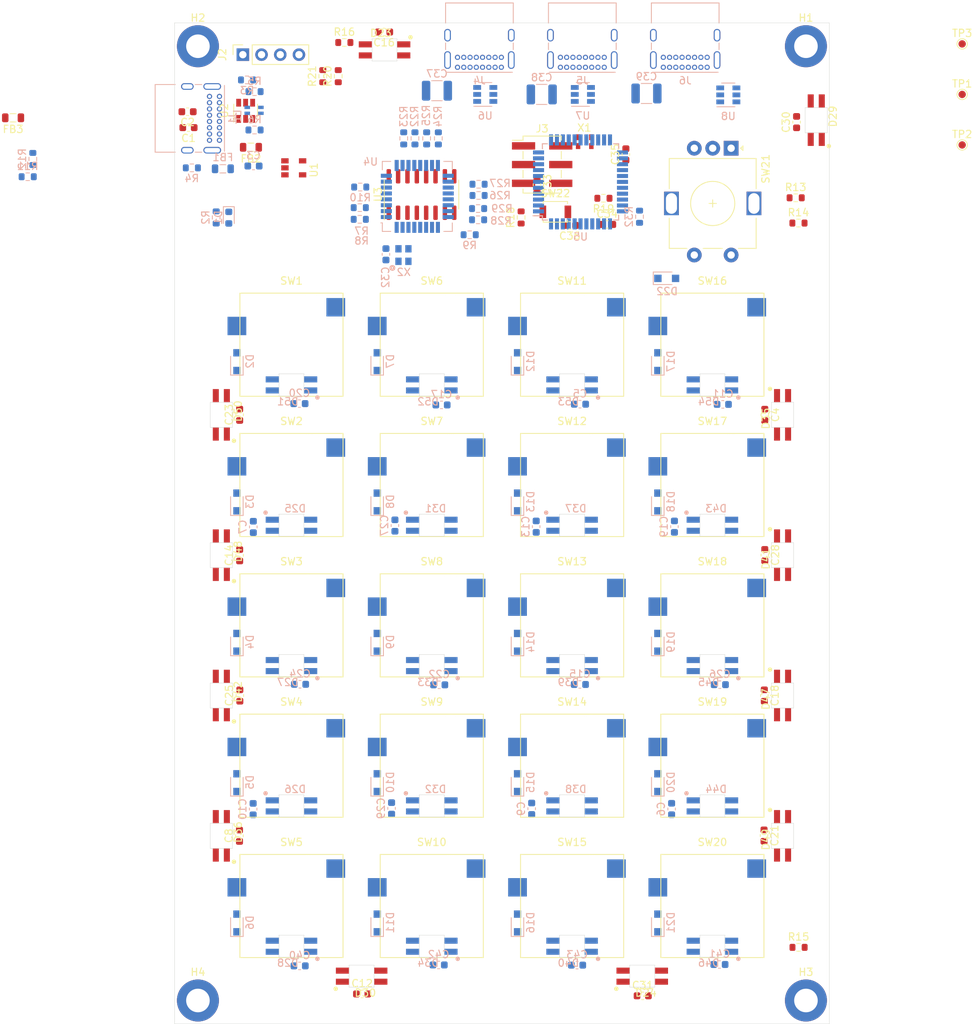
<source format=kicad_pcb>
(kicad_pcb (version 20171130) (host pcbnew "(5.1.8)-1")
  (layers (0 F.Cu signal) (31 B.Cu signal) (34 B.Paste user) (35 F.Paste user) (36 B.SilkS user) (37 F.SilkS user) (38 B.Mask user) (39 F.Mask user) (44 Edge.Cuts user))
  (net 0 "")
  (net 1 "Net-(C1-Pad2)")
  (net 2 VBUS)
  (net 3 GND)
  (net 4 +5V)
  (net 5 +3V3)
  (net 6 "Net-(C33-Pad1)")
  (net 7 "Net-(D1-Pad1)")
  (net 8 "Net-(D2-Pad2)")
  (net 9 ROW[4])
  (net 10 "Net-(D3-Pad2)")
  (net 11 ROW[3])
  (net 12 "Net-(D4-Pad2)")
  (net 13 ROW[2])
  (net 14 "Net-(D5-Pad2)")
  (net 15 ROW[1])
  (net 16 "Net-(D6-Pad2)")
  (net 17 ROW[0])
  (net 18 "Net-(D7-Pad2)")
  (net 19 "Net-(D8-Pad2)")
  (net 20 "Net-(D9-Pad2)")
  (net 21 "Net-(D10-Pad2)")
  (net 22 "Net-(D11-Pad2)")
  (net 23 "Net-(D12-Pad2)")
  (net 24 "Net-(D13-Pad2)")
  (net 25 "Net-(D14-Pad2)")
  (net 26 "Net-(D15-Pad2)")
  (net 27 "Net-(D16-Pad2)")
  (net 28 ENCODER)
  (net 29 "Net-(D18-Pad2)")
  (net 30 "Net-(D19-Pad2)")
  (net 31 "Net-(D20-Pad2)")
  (net 32 "Net-(D21-Pad2)")
  (net 33 "Net-(D22-Pad2)")
  (net 34 "Net-(D23-Pad4)")
  (net 35 "Net-(D23-Pad2)")
  (net 36 RGB[0])
  (net 37 "Net-(D24-Pad2)")
  (net 38 RGB[1])
  (net 39 "Net-(D25-Pad2)")
  (net 40 "Net-(D26-Pad4)")
  (net 41 "Net-(D26-Pad2)")
  (net 42 "Net-(D28-Pad2)")
  (net 43 "Net-(D29-Pad2)")
  (net 44 "Net-(D30-Pad2)")
  (net 45 "Net-(D35-Pad2)")
  (net 46 "Net-(D36-Pad2)")
  (net 47 "Net-(D41-Pad2)")
  (net 48 "Net-(D42-Pad2)")
  (net 49 "Net-(D47-Pad2)")
  (net 50 "Net-(D48-Pad2)")
  (net 51 "Net-(J1-PadA6)")
  (net 52 "Net-(J1-PadB5)")
  (net 53 "Net-(J1-PadB8)")
  (net 54 "Net-(J1-PadA7)")
  (net 55 "Net-(J1-PadA8)")
  (net 56 "Net-(J1-PadA5)")
  (net 57 SDA)
  (net 58 SCL)
  (net 59 RST)
  (net 60 MOSI)
  (net 61 SCK)
  (net 62 MISO)
  (net 63 /USB/D-)
  (net 64 /USB/D+)
  (net 65 USBD_P)
  (net 66 USBD_N)
  (net 67 "Net-(R9-Pad1)")
  (net 68 "Net-(R10-Pad2)")
  (net 69 "Net-(R11-Pad1)")
  (net 70 ROT_ENC_B)
  (net 71 ROT_ENC_A)
  (net 72 RGB_OUT)
  (net 73 "Net-(R19-Pad1)")
  (net 74 DP1_P)
  (net 75 DM1_N)
  (net 76 DP2_P)
  (net 77 DM2_N)
  (net 78 DP3_P)
  (net 79 DM3_N)
  (net 80 DP4_P)
  (net 81 DM4_N)
  (net 82 COL[0])
  (net 83 COL[1])
  (net 84 COL[2])
  (net 85 COL[3])
  (net 86 ROW[5])
  (net 87 "Net-(U1-Pad4)")
  (net 88 "Net-(U2-Pad6)")
  (net 89 "Net-(U2-Pad4)")
  (net 90 nOVRCUR1)
  (net 91 nOVRCUR2)
  (net 92 nOVRCUR3)
  (net 93 "Net-(U3-Pad10)")
  (net 94 nOVRCUR4)
  (net 95 nPWRON3)
  (net 96 nPWRON2)
  (net 97 nPWRON1)
  (net 98 "Net-(U4-Pad32)")
  (net 99 "Net-(U4-Pad30)")
  (net 100 "Net-(U4-Pad29)")
  (net 101 "Net-(U4-Pad5)")
  (net 102 "Net-(U4-Pad4)")
  (net 103 "Net-(U5-Pad28)")
  (net 104 "Net-(U5-Pad22)")
  (net 105 "Net-(U5-Pad21)")
  (net 106 "Net-(U5-Pad17)")
  (net 107 "Net-(U5-Pad16)")
  (net 108 "Net-(D25-Pad4)")
  (net 109 VBUS1)
  (net 110 VBUS2)
  (net 111 VBUS3)
  (net 112 "Net-(J4-PadB5)")
  (net 113 "Net-(J4-PadB8)")
  (net 114 "Net-(J4-PadA8)")
  (net 115 "Net-(J4-PadA5)")
  (net 116 "Net-(J5-PadB5)")
  (net 117 "Net-(J5-PadB8)")
  (net 118 "Net-(J5-PadA8)")
  (net 119 "Net-(J5-PadA5)")
  (net 120 "Net-(J6-PadB5)")
  (net 121 "Net-(J6-PadB8)")
  (net 122 "Net-(J6-PadA8)")
  (net 123 "Net-(J6-PadA5)")
  (net 124 /USB_HUB/DP1p)
  (net 125 /USB_HUB/DM1n)
  (net 126 /USB_HUB/DP2p)
  (net 127 /USB_HUB/DP3n)
  (net 128 /USB_HUB/DM3n)
  (net 129 /USB_HUB/DP4p)
  (net 130 /USB_HUB/DM4n)
  (net 131 "Net-(U6-Pad6)")
  (net 132 "Net-(U6-Pad4)")
  (net 133 "Net-(U7-Pad6)")
  (net 134 "Net-(U7-Pad4)")
  (net 135 "Net-(U8-Pad6)")
  (net 136 "Net-(U8-Pad4)")
  (net 137 "Net-(D27-Pad2)")
  (net 138 "Net-(D31-Pad4)")
  (net 139 "Net-(D32-Pad4)")
  (net 140 "Net-(D33-Pad2)")
  (net 141 "Net-(D34-Pad2)")
  (net 142 "Net-(D37-Pad4)")
  (net 143 "Net-(D38-Pad4)")
  (net 144 "Net-(D39-Pad2)")
  (net 145 "Net-(D40-Pad2)")
  (net 146 "Net-(D43-Pad4)")
  (net 147 "Net-(D44-Pad4)")
  (net 148 "Net-(D46-Pad2)")
  (net 149 "Net-(D51-Pad2)")
  (net 150 "Net-(D52-Pad2)")
  (net 151 "Net-(D53-Pad2)")
  (net 152 /USB_HUB/DM2n)
  (net 153 "Net-(R32-Pad2)")
  (net 154 "Net-(U4-Pad21)")
  (net 155 "Net-(U5-Pad29)")
  (net 156 "Net-(U5-Pad27)")
  (net 157 "Net-(U5-Pad20)")
  (net 158 "Net-(U5-Pad18)")
  (module Package_QFP:TQFP-44_10x10mm_P0.8mm (layer B.Cu) (at 98.933 76.2)
    (fp_text reference U5 (at 0 7.45) (layer B.SilkS) (effects (justify mirror)))
    (fp_text value ATmega32U4-AU)
    (pad 44 smd rect (at -4 5.7 270) (size 1.5 0.55) (layers B.Cu B.Paste B.Mask) (net 5 +3V3))
    (pad 43 smd rect (at -3.2 5.7 270) (size 1.5 0.55) (layers B.Cu B.Paste B.Mask) (net 3 GND))
    (pad 42 smd rect (at -2.4 5.7 270) (size 1.5 0.55) (layers B.Cu B.Paste B.Mask) (net 5 +3V3))
    (pad 41 smd rect (at -1.6 5.7 270) (size 1.5 0.55) (layers B.Cu B.Paste B.Mask) (net 83 COL[1]))
    (pad 40 smd rect (at -0.8 5.7 270) (size 1.5 0.55) (layers B.Cu B.Paste B.Mask) (net 84 COL[2]))
    (pad 39 smd rect (at 0 5.7 270) (size 1.5 0.55) (layers B.Cu B.Paste B.Mask) (net 17 ROW[0]))
    (pad 38 smd rect (at 0.8 5.7 270) (size 1.5 0.55) (layers B.Cu B.Paste B.Mask) (net 15 ROW[1]))
    (pad 37 smd rect (at 1.6 5.7 270) (size 1.5 0.55) (layers B.Cu B.Paste B.Mask) (net 13 ROW[2]))
    (pad 36 smd rect (at 2.4 5.7 270) (size 1.5 0.55) (layers B.Cu B.Paste B.Mask) (net 11 ROW[3]))
    (pad 35 smd rect (at 3.2 5.7 270) (size 1.5 0.55) (layers B.Cu B.Paste B.Mask) (net 3 GND))
    (pad 34 smd rect (at 4 5.7 270) (size 1.5 0.55) (layers B.Cu B.Paste B.Mask) (net 5 +3V3))
    (pad 33 smd rect (at 5.7 4) (size 1.5 0.55) (layers B.Cu B.Paste B.Mask) (net 73 "Net-(R19-Pad1)"))
    (pad 32 smd rect (at 5.7 3.2) (size 1.5 0.55) (layers B.Cu B.Paste B.Mask) (net 9 ROW[4]))
    (pad 31 smd rect (at 5.7 2.4) (size 1.5 0.55) (layers B.Cu B.Paste B.Mask) (net 86 ROW[5]))
    (pad 30 smd rect (at 5.7 1.6) (size 1.5 0.55) (layers B.Cu B.Paste B.Mask) (net 85 COL[3]))
    (pad 29 smd rect (at 5.7 0.8) (size 1.5 0.55) (layers B.Cu B.Paste B.Mask) (net 155 "Net-(U5-Pad29)"))
    (pad 28 smd rect (at 5.7 0) (size 1.5 0.55) (layers B.Cu B.Paste B.Mask) (net 103 "Net-(U5-Pad28)"))
    (pad 27 smd rect (at 5.7 -0.8) (size 1.5 0.55) (layers B.Cu B.Paste B.Mask) (net 156 "Net-(U5-Pad27)"))
    (pad 26 smd rect (at 5.7 -1.6) (size 1.5 0.55) (layers B.Cu B.Paste B.Mask) (net 71 ROT_ENC_A))
    (pad 25 smd rect (at 5.7 -2.4) (size 1.5 0.55) (layers B.Cu B.Paste B.Mask) (net 70 ROT_ENC_B))
    (pad 24 smd rect (at 5.7 -3.2) (size 1.5 0.55) (layers B.Cu B.Paste B.Mask) (net 5 +3V3))
    (pad 23 smd rect (at 5.7 -4) (size 1.5 0.55) (layers B.Cu B.Paste B.Mask) (net 3 GND))
    (pad 22 smd rect (at 4 -5.7 270) (size 1.5 0.55) (layers B.Cu B.Paste B.Mask) (net 104 "Net-(U5-Pad22)"))
    (pad 21 smd rect (at 3.2 -5.7 270) (size 1.5 0.55) (layers B.Cu B.Paste B.Mask) (net 105 "Net-(U5-Pad21)"))
    (pad 20 smd rect (at 2.4 -5.7 270) (size 1.5 0.55) (layers B.Cu B.Paste B.Mask) (net 157 "Net-(U5-Pad20)"))
    (pad 19 smd rect (at 1.6 -5.7 270) (size 1.5 0.55) (layers B.Cu B.Paste B.Mask) (net 72 RGB_OUT))
    (pad 18 smd rect (at 0.8 -5.7 270) (size 1.5 0.55) (layers B.Cu B.Paste B.Mask) (net 158 "Net-(U5-Pad18)"))
    (pad 17 smd rect (at 0 -5.7 270) (size 1.5 0.55) (layers B.Cu B.Paste B.Mask) (net 106 "Net-(U5-Pad17)"))
    (pad 16 smd rect (at -0.8 -5.7 270) (size 1.5 0.55) (layers B.Cu B.Paste B.Mask) (net 107 "Net-(U5-Pad16)"))
    (pad 15 smd rect (at -1.6 -5.7 270) (size 1.5 0.55) (layers B.Cu B.Paste B.Mask) (net 3 GND))
    (pad 14 smd rect (at -2.4 -5.7 270) (size 1.5 0.55) (layers B.Cu B.Paste B.Mask) (net 5 +3V3))
    (pad 13 smd rect (at -3.2 -5.7 270) (size 1.5 0.55) (layers B.Cu B.Paste B.Mask) (net 59 RST))
    (pad 12 smd rect (at -4 -5.7 270) (size 1.5 0.55) (layers B.Cu B.Paste B.Mask) (net 57 SDA))
    (pad 11 smd rect (at -5.7 -4) (size 1.5 0.55) (layers B.Cu B.Paste B.Mask) (net 62 MISO))
    (pad 10 smd rect (at -5.7 -3.2) (size 1.5 0.55) (layers B.Cu B.Paste B.Mask) (net 60 MOSI))
    (pad 9 smd rect (at -5.7 -2.4) (size 1.5 0.55) (layers B.Cu B.Paste B.Mask) (net 61 SCK))
    (pad 8 smd rect (at -5.7 -1.6) (size 1.5 0.55) (layers B.Cu B.Paste B.Mask) (net 58 SCL))
    (pad 7 smd rect (at -5.7 -0.8) (size 1.5 0.55) (layers B.Cu B.Paste B.Mask) (net 2 VBUS))
    (pad 6 smd rect (at -5.7 0) (size 1.5 0.55) (layers B.Cu B.Paste B.Mask) (net 6 "Net-(C33-Pad1)"))
    (pad 5 smd rect (at -5.7 0.8) (size 1.5 0.55) (layers B.Cu B.Paste B.Mask) (net 3 GND))
    (pad 4 smd rect (at -5.7 1.6) (size 1.5 0.55) (layers B.Cu B.Paste B.Mask) (net 80 DP4_P))
    (pad 3 smd rect (at -5.7 2.4) (size 1.5 0.55) (layers B.Cu B.Paste B.Mask) (net 81 DM4_N))
    (pad 2 smd rect (at -5.7 3.2) (size 1.5 0.55) (layers B.Cu B.Paste B.Mask) (net 5 +3V3))
    (pad 1 smd rect (at -5.7 4) (size 1.5 0.55) (layers B.Cu B.Paste B.Mask) (net 82 COL[0]))
  )
  (module resistor_smd:R_0603_1608Metric (layer B.Cu) (at 106.9467 80.9249 270)
    (fp_text reference R32 (at 0 1.43 90) (layer B.SilkS) (effects (justify mirror)))
    (fp_text value 4K7)
    (pad 2 smd roundrect (at 0.825 0 270) (size 0.8 0.95) (layers B.Cu B.Paste B.Mask) (net 153 "Net-(R32-Pad2)"))
    (pad 1 smd roundrect (at -0.825 0 270) (size 0.8 0.95) (layers B.Cu B.Paste B.Mask) (net 5 +3V3))
  )
  (module Capacitor_smd:C_0603_1608Metric (layer B.Cu) (at 98.4634 182.5244 180)
    (fp_text reference C43 (at 0 1.43) (layer B.SilkS) (effects (justify mirror)))
    (fp_text value 100nF)
    (pad 2 smd roundrect (at 0.775 0 180) (size 0.9 0.95) (layers B.Cu B.Paste B.Mask) (net 3 GND))
    (pad 1 smd roundrect (at -0.775 0 180) (size 0.9 0.95) (layers B.Cu B.Paste B.Mask) (net 4 +5V))
  )
  (module Capacitor_smd:C_0603_1608Metric (layer B.Cu) (at 79.6674 182.499 180)
    (fp_text reference C42 (at 0 1.43) (layer B.SilkS) (effects (justify mirror)))
    (fp_text value 100nF)
    (pad 2 smd roundrect (at 0.775 0 180) (size 0.9 0.95) (layers B.Cu B.Paste B.Mask) (net 3 GND))
    (pad 1 smd roundrect (at -0.775 0 180) (size 0.9 0.95) (layers B.Cu B.Paste B.Mask) (net 4 +5V))
  )
  (module Capacitor_smd:C_0603_1608Metric (layer B.Cu) (at 117.7925 182.4355 180)
    (fp_text reference C41 (at 0 1.43) (layer B.SilkS) (effects (justify mirror)))
    (fp_text value 100nF)
    (pad 2 smd roundrect (at 0.775 0 180) (size 0.9 0.95) (layers B.Cu B.Paste B.Mask) (net 3 GND))
    (pad 1 smd roundrect (at -0.775 0 180) (size 0.9 0.95) (layers B.Cu B.Paste B.Mask) (net 4 +5V))
  )
  (module Capacitor_smd:C_0603_1608Metric (layer B.Cu) (at 60.7946 182.626 180)
    (fp_text reference C40 (at 0 1.43) (layer B.SilkS) (effects (justify mirror)))
    (fp_text value 100nF)
    (pad 2 smd roundrect (at 0.775 0 180) (size 0.9 0.95) (layers B.Cu B.Paste B.Mask) (net 3 GND))
    (pad 1 smd roundrect (at -0.775 0 180) (size 0.9 0.95) (layers B.Cu B.Paste B.Mask) (net 4 +5V))
  )
  (module custom_footprint_library:SK6812-MINI-E (layer F.Cu) (at 116.84 103.759 180)
    (fp_text reference D54 (at 0.50292 -2.26568) (layer B.SilkS) (effects (justify mirror)))
    (fp_text value K43)
    (fp_line (start -1.7 -1.5) (end 1.7 -1.5) (layer Edge.Cuts) (width 0.05))
    (fp_line (start -1.7 1.5) (end -1.7 -1.5) (layer Edge.Cuts) (width 0.05))
    (fp_line (start 1.7 1.5) (end 1.7 -1.5) (layer Edge.Cuts) (width 0.05))
    (fp_line (start -1.7 1.5) (end 1.7 1.5) (layer Edge.Cuts) (width 0.05))
    (pad 4 smd rect (at 2.6 -0.75 180) (size 1.8 0.82) (layers B.Cu B.Paste B.Mask) (net 151 "Net-(D53-Pad2)"))
    (pad 3 smd rect (at 2.6 0.75 180) (size 1.8 0.82) (layers B.Cu B.Paste B.Mask) (net 3 GND))
    (pad 2 smd rect (at -2.6 0.75 180) (size 1.8 0.82) (layers B.Cu B.Paste B.Mask) (net 146 "Net-(D43-Pad4)"))
    (pad 1 smd rect (at -2.6 -0.75 180) (size 1.8 0.82) (layers B.Cu B.Paste B.Mask) (net 4 +5V))
  )
  (module custom_footprint_library:SK6812-MINI-E (layer F.Cu) (at 97.79 103.759 180)
    (fp_text reference D53 (at 0.50292 -2.26568) (layer B.SilkS) (effects (justify mirror)))
    (fp_text value K42)
    (fp_line (start -1.7 -1.5) (end 1.7 -1.5) (layer Edge.Cuts) (width 0.05))
    (fp_line (start -1.7 1.5) (end -1.7 -1.5) (layer Edge.Cuts) (width 0.05))
    (fp_line (start 1.7 1.5) (end 1.7 -1.5) (layer Edge.Cuts) (width 0.05))
    (fp_line (start -1.7 1.5) (end 1.7 1.5) (layer Edge.Cuts) (width 0.05))
    (pad 4 smd rect (at 2.6 -0.75 180) (size 1.8 0.82) (layers B.Cu B.Paste B.Mask) (net 150 "Net-(D52-Pad2)"))
    (pad 3 smd rect (at 2.6 0.75 180) (size 1.8 0.82) (layers B.Cu B.Paste B.Mask) (net 3 GND))
    (pad 2 smd rect (at -2.6 0.75 180) (size 1.8 0.82) (layers B.Cu B.Paste B.Mask) (net 151 "Net-(D53-Pad2)"))
    (pad 1 smd rect (at -2.6 -0.75 180) (size 1.8 0.82) (layers B.Cu B.Paste B.Mask) (net 4 +5V))
  )
  (module custom_footprint_library:SK6812-MINI-E (layer F.Cu) (at 78.74 103.759 180)
    (fp_text reference D52 (at 0.50292 -2.26568) (layer B.SilkS) (effects (justify mirror)))
    (fp_text value K41)
    (fp_line (start -1.7 -1.5) (end 1.7 -1.5) (layer Edge.Cuts) (width 0.05))
    (fp_line (start -1.7 1.5) (end -1.7 -1.5) (layer Edge.Cuts) (width 0.05))
    (fp_line (start 1.7 1.5) (end 1.7 -1.5) (layer Edge.Cuts) (width 0.05))
    (fp_line (start -1.7 1.5) (end 1.7 1.5) (layer Edge.Cuts) (width 0.05))
    (pad 4 smd rect (at 2.6 -0.75 180) (size 1.8 0.82) (layers B.Cu B.Paste B.Mask) (net 149 "Net-(D51-Pad2)"))
    (pad 3 smd rect (at 2.6 0.75 180) (size 1.8 0.82) (layers B.Cu B.Paste B.Mask) (net 3 GND))
    (pad 2 smd rect (at -2.6 0.75 180) (size 1.8 0.82) (layers B.Cu B.Paste B.Mask) (net 150 "Net-(D52-Pad2)"))
    (pad 1 smd rect (at -2.6 -0.75 180) (size 1.8 0.82) (layers B.Cu B.Paste B.Mask) (net 4 +5V))
  )
  (module custom_footprint_library:SK6812-MINI-E (layer F.Cu) (at 59.69 103.759 180)
    (fp_text reference D51 (at 0.50292 -2.26568) (layer B.SilkS) (effects (justify mirror)))
    (fp_text value K40)
    (fp_line (start -1.7 -1.5) (end 1.7 -1.5) (layer Edge.Cuts) (width 0.05))
    (fp_line (start -1.7 1.5) (end -1.7 -1.5) (layer Edge.Cuts) (width 0.05))
    (fp_line (start 1.7 1.5) (end 1.7 -1.5) (layer Edge.Cuts) (width 0.05))
    (fp_line (start -1.7 1.5) (end 1.7 1.5) (layer Edge.Cuts) (width 0.05))
    (pad 4 smd rect (at 2.6 -0.75 180) (size 1.8 0.82) (layers B.Cu B.Paste B.Mask) (net 38 RGB[1]))
    (pad 3 smd rect (at 2.6 0.75 180) (size 1.8 0.82) (layers B.Cu B.Paste B.Mask) (net 3 GND))
    (pad 2 smd rect (at -2.6 0.75 180) (size 1.8 0.82) (layers B.Cu B.Paste B.Mask) (net 149 "Net-(D51-Pad2)"))
    (pad 1 smd rect (at -2.6 -0.75 180) (size 1.8 0.82) (layers B.Cu B.Paste B.Mask) (net 4 +5V))
  )
  (module custom_footprint_library:SK6812-MINI-E (layer B.Cu) (at 50.165 107.823 90)
    (fp_text reference D50 (at 0.50292 2.26568 -90) (layer F.SilkS))
    (fp_text value UG_LED_11)
    (fp_line (start -1.7 1.5) (end 1.7 1.5) (layer Edge.Cuts) (width 0.05))
    (fp_line (start -1.7 -1.5) (end -1.7 1.5) (layer Edge.Cuts) (width 0.05))
    (fp_line (start 1.7 -1.5) (end 1.7 1.5) (layer Edge.Cuts) (width 0.05))
    (fp_line (start -1.7 -1.5) (end 1.7 -1.5) (layer Edge.Cuts) (width 0.05))
    (pad 4 smd rect (at 2.6 0.75 90) (size 1.8 0.82) (layers F.Cu F.Paste F.Mask) (net 50 "Net-(D48-Pad2)"))
    (pad 3 smd rect (at 2.6 -0.75 90) (size 1.8 0.82) (layers F.Cu F.Paste F.Mask) (net 3 GND))
    (pad 2 smd rect (at -2.6 -0.75 90) (size 1.8 0.82) (layers F.Cu F.Paste F.Mask) (net 38 RGB[1]))
    (pad 1 smd rect (at -2.6 0.75 90) (size 1.8 0.82) (layers F.Cu F.Paste F.Mask) (net 4 +5V))
  )
  (module custom_footprint_library:SK6812-MINI-E (layer B.Cu) (at 126.365 164.973 270)
    (fp_text reference D49 (at 0.50292 2.26568 270) (layer F.SilkS))
    (fp_text value UG_LED_5)
    (fp_line (start -1.7 1.5) (end 1.7 1.5) (layer Edge.Cuts) (width 0.05))
    (fp_line (start -1.7 -1.5) (end -1.7 1.5) (layer Edge.Cuts) (width 0.05))
    (fp_line (start 1.7 -1.5) (end 1.7 1.5) (layer Edge.Cuts) (width 0.05))
    (fp_line (start -1.7 -1.5) (end 1.7 -1.5) (layer Edge.Cuts) (width 0.05))
    (pad 4 smd rect (at 2.6 0.75 270) (size 1.8 0.82) (layers F.Cu F.Paste F.Mask) (net 49 "Net-(D47-Pad2)"))
    (pad 3 smd rect (at 2.6 -0.75 270) (size 1.8 0.82) (layers F.Cu F.Paste F.Mask) (net 3 GND))
    (pad 2 smd rect (at -2.6 -0.75 270) (size 1.8 0.82) (layers F.Cu F.Paste F.Mask) (net 36 RGB[0]))
    (pad 1 smd rect (at -2.6 0.75 270) (size 1.8 0.82) (layers F.Cu F.Paste F.Mask) (net 4 +5V))
  )
  (module custom_footprint_library:SK6812-MINI-E (layer B.Cu) (at 50.165 126.873 90)
    (fp_text reference D48 (at 0.50292 2.26568 -90) (layer F.SilkS))
    (fp_text value UG_LED_10)
    (fp_line (start -1.7 1.5) (end 1.7 1.5) (layer Edge.Cuts) (width 0.05))
    (fp_line (start -1.7 -1.5) (end -1.7 1.5) (layer Edge.Cuts) (width 0.05))
    (fp_line (start 1.7 -1.5) (end 1.7 1.5) (layer Edge.Cuts) (width 0.05))
    (fp_line (start -1.7 -1.5) (end 1.7 -1.5) (layer Edge.Cuts) (width 0.05))
    (pad 4 smd rect (at 2.6 0.75 90) (size 1.8 0.82) (layers F.Cu F.Paste F.Mask) (net 48 "Net-(D42-Pad2)"))
    (pad 3 smd rect (at 2.6 -0.75 90) (size 1.8 0.82) (layers F.Cu F.Paste F.Mask) (net 3 GND))
    (pad 2 smd rect (at -2.6 -0.75 90) (size 1.8 0.82) (layers F.Cu F.Paste F.Mask) (net 50 "Net-(D48-Pad2)"))
    (pad 1 smd rect (at -2.6 0.75 90) (size 1.8 0.82) (layers F.Cu F.Paste F.Mask) (net 4 +5V))
  )
  (module custom_footprint_library:SK6812-MINI-E (layer B.Cu) (at 126.365 145.923 270)
    (fp_text reference D47 (at 0.50292 2.26568 270) (layer F.SilkS))
    (fp_text value UG_LED_4)
    (fp_line (start -1.7 1.5) (end 1.7 1.5) (layer Edge.Cuts) (width 0.05))
    (fp_line (start -1.7 -1.5) (end -1.7 1.5) (layer Edge.Cuts) (width 0.05))
    (fp_line (start 1.7 -1.5) (end 1.7 1.5) (layer Edge.Cuts) (width 0.05))
    (fp_line (start -1.7 -1.5) (end 1.7 -1.5) (layer Edge.Cuts) (width 0.05))
    (pad 4 smd rect (at 2.6 0.75 270) (size 1.8 0.82) (layers F.Cu F.Paste F.Mask) (net 47 "Net-(D41-Pad2)"))
    (pad 3 smd rect (at 2.6 -0.75 270) (size 1.8 0.82) (layers F.Cu F.Paste F.Mask) (net 3 GND))
    (pad 2 smd rect (at -2.6 -0.75 270) (size 1.8 0.82) (layers F.Cu F.Paste F.Mask) (net 49 "Net-(D47-Pad2)"))
    (pad 1 smd rect (at -2.6 0.75 270) (size 1.8 0.82) (layers F.Cu F.Paste F.Mask) (net 4 +5V))
  )
  (module custom_footprint_library:SK6812-MINI-E (layer F.Cu) (at 116.84 179.959 180)
    (fp_text reference D46 (at 0.50292 -2.26568) (layer B.SilkS) (effects (justify mirror)))
    (fp_text value K03)
    (fp_line (start -1.7 -1.5) (end 1.7 -1.5) (layer Edge.Cuts) (width 0.05))
    (fp_line (start -1.7 1.5) (end -1.7 -1.5) (layer Edge.Cuts) (width 0.05))
    (fp_line (start 1.7 1.5) (end 1.7 -1.5) (layer Edge.Cuts) (width 0.05))
    (fp_line (start -1.7 1.5) (end 1.7 1.5) (layer Edge.Cuts) (width 0.05))
    (pad 4 smd rect (at 2.6 -0.75 180) (size 1.8 0.82) (layers B.Cu B.Paste B.Mask) (net 145 "Net-(D40-Pad2)"))
    (pad 3 smd rect (at 2.6 0.75 180) (size 1.8 0.82) (layers B.Cu B.Paste B.Mask) (net 3 GND))
    (pad 2 smd rect (at -2.6 0.75 180) (size 1.8 0.82) (layers B.Cu B.Paste B.Mask) (net 148 "Net-(D46-Pad2)"))
    (pad 1 smd rect (at -2.6 -0.75 180) (size 1.8 0.82) (layers B.Cu B.Paste B.Mask) (net 4 +5V))
  )
  (module custom_footprint_library:SK6812-MINI-E (layer F.Cu) (at 116.84 141.859 180)
    (fp_text reference D45 (at 0.50292 -2.26568) (layer B.SilkS) (effects (justify mirror)))
    (fp_text value K23)
    (fp_line (start -1.7 -1.5) (end 1.7 -1.5) (layer Edge.Cuts) (width 0.05))
    (fp_line (start -1.7 1.5) (end -1.7 -1.5) (layer Edge.Cuts) (width 0.05))
    (fp_line (start 1.7 1.5) (end 1.7 -1.5) (layer Edge.Cuts) (width 0.05))
    (fp_line (start -1.7 1.5) (end 1.7 1.5) (layer Edge.Cuts) (width 0.05))
    (pad 4 smd rect (at 2.6 -0.75 180) (size 1.8 0.82) (layers B.Cu B.Paste B.Mask) (net 144 "Net-(D39-Pad2)"))
    (pad 3 smd rect (at 2.6 0.75 180) (size 1.8 0.82) (layers B.Cu B.Paste B.Mask) (net 3 GND))
    (pad 2 smd rect (at -2.6 0.75 180) (size 1.8 0.82) (layers B.Cu B.Paste B.Mask) (net 147 "Net-(D44-Pad4)"))
    (pad 1 smd rect (at -2.6 -0.75 180) (size 1.8 0.82) (layers B.Cu B.Paste B.Mask) (net 4 +5V))
  )
  (module custom_footprint_library:SK6812-MINI-E (layer F.Cu) (at 116.84 160.909)
    (fp_text reference D44 (at 0.50292 -2.26568) (layer B.SilkS) (effects (justify mirror)))
    (fp_text value K13)
    (fp_line (start -1.7 -1.5) (end 1.7 -1.5) (layer Edge.Cuts) (width 0.05))
    (fp_line (start -1.7 1.5) (end -1.7 -1.5) (layer Edge.Cuts) (width 0.05))
    (fp_line (start 1.7 1.5) (end 1.7 -1.5) (layer Edge.Cuts) (width 0.05))
    (fp_line (start -1.7 1.5) (end 1.7 1.5) (layer Edge.Cuts) (width 0.05))
    (pad 4 smd rect (at 2.6 -0.75) (size 1.8 0.82) (layers B.Cu B.Paste B.Mask) (net 147 "Net-(D44-Pad4)"))
    (pad 3 smd rect (at 2.6 0.75) (size 1.8 0.82) (layers B.Cu B.Paste B.Mask) (net 3 GND))
    (pad 2 smd rect (at -2.6 0.75) (size 1.8 0.82) (layers B.Cu B.Paste B.Mask) (net 143 "Net-(D38-Pad4)"))
    (pad 1 smd rect (at -2.6 -0.75) (size 1.8 0.82) (layers B.Cu B.Paste B.Mask) (net 4 +5V))
  )
  (module custom_footprint_library:SK6812-MINI-E (layer F.Cu) (at 116.84 122.809)
    (fp_text reference D43 (at 0.50292 -2.26568) (layer B.SilkS) (effects (justify mirror)))
    (fp_text value K33)
    (fp_line (start -1.7 -1.5) (end 1.7 -1.5) (layer Edge.Cuts) (width 0.05))
    (fp_line (start -1.7 1.5) (end -1.7 -1.5) (layer Edge.Cuts) (width 0.05))
    (fp_line (start 1.7 1.5) (end 1.7 -1.5) (layer Edge.Cuts) (width 0.05))
    (fp_line (start -1.7 1.5) (end 1.7 1.5) (layer Edge.Cuts) (width 0.05))
    (pad 4 smd rect (at 2.6 -0.75) (size 1.8 0.82) (layers B.Cu B.Paste B.Mask) (net 146 "Net-(D43-Pad4)"))
    (pad 3 smd rect (at 2.6 0.75) (size 1.8 0.82) (layers B.Cu B.Paste B.Mask) (net 3 GND))
    (pad 2 smd rect (at -2.6 0.75) (size 1.8 0.82) (layers B.Cu B.Paste B.Mask) (net 142 "Net-(D37-Pad4)"))
    (pad 1 smd rect (at -2.6 -0.75) (size 1.8 0.82) (layers B.Cu B.Paste B.Mask) (net 4 +5V))
  )
  (module custom_footprint_library:SK6812-MINI-E (layer B.Cu) (at 50.165 145.923 90)
    (fp_text reference D42 (at 0.50292 2.26568 -90) (layer F.SilkS))
    (fp_text value UG_LED_9)
    (fp_line (start -1.7 1.5) (end 1.7 1.5) (layer Edge.Cuts) (width 0.05))
    (fp_line (start -1.7 -1.5) (end -1.7 1.5) (layer Edge.Cuts) (width 0.05))
    (fp_line (start 1.7 -1.5) (end 1.7 1.5) (layer Edge.Cuts) (width 0.05))
    (fp_line (start -1.7 -1.5) (end 1.7 -1.5) (layer Edge.Cuts) (width 0.05))
    (pad 4 smd rect (at 2.6 0.75 90) (size 1.8 0.82) (layers F.Cu F.Paste F.Mask) (net 46 "Net-(D36-Pad2)"))
    (pad 3 smd rect (at 2.6 -0.75 90) (size 1.8 0.82) (layers F.Cu F.Paste F.Mask) (net 3 GND))
    (pad 2 smd rect (at -2.6 -0.75 90) (size 1.8 0.82) (layers F.Cu F.Paste F.Mask) (net 48 "Net-(D42-Pad2)"))
    (pad 1 smd rect (at -2.6 0.75 90) (size 1.8 0.82) (layers F.Cu F.Paste F.Mask) (net 4 +5V))
  )
  (module custom_footprint_library:SK6812-MINI-E (layer B.Cu) (at 126.365 126.873 270)
    (fp_text reference D41 (at 0.50292 2.26568 270) (layer F.SilkS))
    (fp_text value UG_LED_3)
    (fp_line (start -1.7 1.5) (end 1.7 1.5) (layer Edge.Cuts) (width 0.05))
    (fp_line (start -1.7 -1.5) (end -1.7 1.5) (layer Edge.Cuts) (width 0.05))
    (fp_line (start 1.7 -1.5) (end 1.7 1.5) (layer Edge.Cuts) (width 0.05))
    (fp_line (start -1.7 -1.5) (end 1.7 -1.5) (layer Edge.Cuts) (width 0.05))
    (pad 4 smd rect (at 2.6 0.75 270) (size 1.8 0.82) (layers F.Cu F.Paste F.Mask) (net 45 "Net-(D35-Pad2)"))
    (pad 3 smd rect (at 2.6 -0.75 270) (size 1.8 0.82) (layers F.Cu F.Paste F.Mask) (net 3 GND))
    (pad 2 smd rect (at -2.6 -0.75 270) (size 1.8 0.82) (layers F.Cu F.Paste F.Mask) (net 47 "Net-(D41-Pad2)"))
    (pad 1 smd rect (at -2.6 0.75 270) (size 1.8 0.82) (layers F.Cu F.Paste F.Mask) (net 4 +5V))
  )
  (module custom_footprint_library:SK6812-MINI-E (layer F.Cu) (at 97.79 179.959 180)
    (fp_text reference D40 (at 0.50292 -2.26568) (layer B.SilkS) (effects (justify mirror)))
    (fp_text value K02)
    (fp_line (start -1.7 -1.5) (end 1.7 -1.5) (layer Edge.Cuts) (width 0.05))
    (fp_line (start -1.7 1.5) (end -1.7 -1.5) (layer Edge.Cuts) (width 0.05))
    (fp_line (start 1.7 1.5) (end 1.7 -1.5) (layer Edge.Cuts) (width 0.05))
    (fp_line (start -1.7 1.5) (end 1.7 1.5) (layer Edge.Cuts) (width 0.05))
    (pad 4 smd rect (at 2.6 -0.75 180) (size 1.8 0.82) (layers B.Cu B.Paste B.Mask) (net 141 "Net-(D34-Pad2)"))
    (pad 3 smd rect (at 2.6 0.75 180) (size 1.8 0.82) (layers B.Cu B.Paste B.Mask) (net 3 GND))
    (pad 2 smd rect (at -2.6 0.75 180) (size 1.8 0.82) (layers B.Cu B.Paste B.Mask) (net 145 "Net-(D40-Pad2)"))
    (pad 1 smd rect (at -2.6 -0.75 180) (size 1.8 0.82) (layers B.Cu B.Paste B.Mask) (net 4 +5V))
  )
  (module custom_footprint_library:SK6812-MINI-E (layer F.Cu) (at 97.79 141.859 180)
    (fp_text reference D39 (at 0.50292 -2.26568) (layer B.SilkS) (effects (justify mirror)))
    (fp_text value K22)
    (fp_line (start -1.7 -1.5) (end 1.7 -1.5) (layer Edge.Cuts) (width 0.05))
    (fp_line (start -1.7 1.5) (end -1.7 -1.5) (layer Edge.Cuts) (width 0.05))
    (fp_line (start 1.7 1.5) (end 1.7 -1.5) (layer Edge.Cuts) (width 0.05))
    (fp_line (start -1.7 1.5) (end 1.7 1.5) (layer Edge.Cuts) (width 0.05))
    (pad 4 smd rect (at 2.6 -0.75 180) (size 1.8 0.82) (layers B.Cu B.Paste B.Mask) (net 140 "Net-(D33-Pad2)"))
    (pad 3 smd rect (at 2.6 0.75 180) (size 1.8 0.82) (layers B.Cu B.Paste B.Mask) (net 3 GND))
    (pad 2 smd rect (at -2.6 0.75 180) (size 1.8 0.82) (layers B.Cu B.Paste B.Mask) (net 144 "Net-(D39-Pad2)"))
    (pad 1 smd rect (at -2.6 -0.75 180) (size 1.8 0.82) (layers B.Cu B.Paste B.Mask) (net 4 +5V))
  )
  (module custom_footprint_library:SK6812-MINI-E (layer F.Cu) (at 97.79 160.909)
    (fp_text reference D38 (at 0.50292 -2.26568) (layer B.SilkS) (effects (justify mirror)))
    (fp_text value K12)
    (fp_line (start -1.7 -1.5) (end 1.7 -1.5) (layer Edge.Cuts) (width 0.05))
    (fp_line (start -1.7 1.5) (end -1.7 -1.5) (layer Edge.Cuts) (width 0.05))
    (fp_line (start 1.7 1.5) (end 1.7 -1.5) (layer Edge.Cuts) (width 0.05))
    (fp_line (start -1.7 1.5) (end 1.7 1.5) (layer Edge.Cuts) (width 0.05))
    (pad 4 smd rect (at 2.6 -0.75) (size 1.8 0.82) (layers B.Cu B.Paste B.Mask) (net 143 "Net-(D38-Pad4)"))
    (pad 3 smd rect (at 2.6 0.75) (size 1.8 0.82) (layers B.Cu B.Paste B.Mask) (net 3 GND))
    (pad 2 smd rect (at -2.6 0.75) (size 1.8 0.82) (layers B.Cu B.Paste B.Mask) (net 139 "Net-(D32-Pad4)"))
    (pad 1 smd rect (at -2.6 -0.75) (size 1.8 0.82) (layers B.Cu B.Paste B.Mask) (net 4 +5V))
  )
  (module custom_footprint_library:SK6812-MINI-E (layer F.Cu) (at 97.79 122.809)
    (fp_text reference D37 (at 0.50292 -2.26568) (layer B.SilkS) (effects (justify mirror)))
    (fp_text value K32)
    (fp_line (start -1.7 -1.5) (end 1.7 -1.5) (layer Edge.Cuts) (width 0.05))
    (fp_line (start -1.7 1.5) (end -1.7 -1.5) (layer Edge.Cuts) (width 0.05))
    (fp_line (start 1.7 1.5) (end 1.7 -1.5) (layer Edge.Cuts) (width 0.05))
    (fp_line (start -1.7 1.5) (end 1.7 1.5) (layer Edge.Cuts) (width 0.05))
    (pad 4 smd rect (at 2.6 -0.75) (size 1.8 0.82) (layers B.Cu B.Paste B.Mask) (net 142 "Net-(D37-Pad4)"))
    (pad 3 smd rect (at 2.6 0.75) (size 1.8 0.82) (layers B.Cu B.Paste B.Mask) (net 3 GND))
    (pad 2 smd rect (at -2.6 0.75) (size 1.8 0.82) (layers B.Cu B.Paste B.Mask) (net 138 "Net-(D31-Pad4)"))
    (pad 1 smd rect (at -2.6 -0.75) (size 1.8 0.82) (layers B.Cu B.Paste B.Mask) (net 4 +5V))
  )
  (module custom_footprint_library:SK6812-MINI-E (layer B.Cu) (at 50.165 164.973 90)
    (fp_text reference D36 (at 0.50292 2.26568 -90) (layer F.SilkS))
    (fp_text value UG_LED_8)
    (fp_line (start -1.7 1.5) (end 1.7 1.5) (layer Edge.Cuts) (width 0.05))
    (fp_line (start -1.7 -1.5) (end -1.7 1.5) (layer Edge.Cuts) (width 0.05))
    (fp_line (start 1.7 -1.5) (end 1.7 1.5) (layer Edge.Cuts) (width 0.05))
    (fp_line (start -1.7 -1.5) (end 1.7 -1.5) (layer Edge.Cuts) (width 0.05))
    (pad 4 smd rect (at 2.6 0.75 90) (size 1.8 0.82) (layers F.Cu F.Paste F.Mask) (net 44 "Net-(D30-Pad2)"))
    (pad 3 smd rect (at 2.6 -0.75 90) (size 1.8 0.82) (layers F.Cu F.Paste F.Mask) (net 3 GND))
    (pad 2 smd rect (at -2.6 -0.75 90) (size 1.8 0.82) (layers F.Cu F.Paste F.Mask) (net 46 "Net-(D36-Pad2)"))
    (pad 1 smd rect (at -2.6 0.75 90) (size 1.8 0.82) (layers F.Cu F.Paste F.Mask) (net 4 +5V))
  )
  (module custom_footprint_library:SK6812-MINI-E (layer B.Cu) (at 126.365 107.823 270)
    (fp_text reference D35 (at 0.50292 2.26568 270) (layer F.SilkS))
    (fp_text value UG_LED_2)
    (fp_line (start -1.7 1.5) (end 1.7 1.5) (layer Edge.Cuts) (width 0.05))
    (fp_line (start -1.7 -1.5) (end -1.7 1.5) (layer Edge.Cuts) (width 0.05))
    (fp_line (start 1.7 -1.5) (end 1.7 1.5) (layer Edge.Cuts) (width 0.05))
    (fp_line (start -1.7 -1.5) (end 1.7 -1.5) (layer Edge.Cuts) (width 0.05))
    (pad 4 smd rect (at 2.6 0.75 270) (size 1.8 0.82) (layers F.Cu F.Paste F.Mask) (net 43 "Net-(D29-Pad2)"))
    (pad 3 smd rect (at 2.6 -0.75 270) (size 1.8 0.82) (layers F.Cu F.Paste F.Mask) (net 3 GND))
    (pad 2 smd rect (at -2.6 -0.75 270) (size 1.8 0.82) (layers F.Cu F.Paste F.Mask) (net 45 "Net-(D35-Pad2)"))
    (pad 1 smd rect (at -2.6 0.75 270) (size 1.8 0.82) (layers F.Cu F.Paste F.Mask) (net 4 +5V))
  )
  (module custom_footprint_library:SK6812-MINI-E (layer F.Cu) (at 78.74 179.959 180)
    (fp_text reference D34 (at 0.50292 -2.26568) (layer B.SilkS) (effects (justify mirror)))
    (fp_text value K01)
    (fp_line (start -1.7 -1.5) (end 1.7 -1.5) (layer Edge.Cuts) (width 0.05))
    (fp_line (start -1.7 1.5) (end -1.7 -1.5) (layer Edge.Cuts) (width 0.05))
    (fp_line (start 1.7 1.5) (end 1.7 -1.5) (layer Edge.Cuts) (width 0.05))
    (fp_line (start -1.7 1.5) (end 1.7 1.5) (layer Edge.Cuts) (width 0.05))
    (pad 4 smd rect (at 2.6 -0.75 180) (size 1.8 0.82) (layers B.Cu B.Paste B.Mask) (net 42 "Net-(D28-Pad2)"))
    (pad 3 smd rect (at 2.6 0.75 180) (size 1.8 0.82) (layers B.Cu B.Paste B.Mask) (net 3 GND))
    (pad 2 smd rect (at -2.6 0.75 180) (size 1.8 0.82) (layers B.Cu B.Paste B.Mask) (net 141 "Net-(D34-Pad2)"))
    (pad 1 smd rect (at -2.6 -0.75 180) (size 1.8 0.82) (layers B.Cu B.Paste B.Mask) (net 4 +5V))
  )
  (module custom_footprint_library:SK6812-MINI-E (layer F.Cu) (at 78.74 141.859 180)
    (fp_text reference D33 (at 0.50292 -2.26568) (layer B.SilkS) (effects (justify mirror)))
    (fp_text value K21)
    (fp_line (start -1.7 -1.5) (end 1.7 -1.5) (layer Edge.Cuts) (width 0.05))
    (fp_line (start -1.7 1.5) (end -1.7 -1.5) (layer Edge.Cuts) (width 0.05))
    (fp_line (start 1.7 1.5) (end 1.7 -1.5) (layer Edge.Cuts) (width 0.05))
    (fp_line (start -1.7 1.5) (end 1.7 1.5) (layer Edge.Cuts) (width 0.05))
    (pad 4 smd rect (at 2.6 -0.75 180) (size 1.8 0.82) (layers B.Cu B.Paste B.Mask) (net 137 "Net-(D27-Pad2)"))
    (pad 3 smd rect (at 2.6 0.75 180) (size 1.8 0.82) (layers B.Cu B.Paste B.Mask) (net 3 GND))
    (pad 2 smd rect (at -2.6 0.75 180) (size 1.8 0.82) (layers B.Cu B.Paste B.Mask) (net 140 "Net-(D33-Pad2)"))
    (pad 1 smd rect (at -2.6 -0.75 180) (size 1.8 0.82) (layers B.Cu B.Paste B.Mask) (net 4 +5V))
  )
  (module custom_footprint_library:SK6812-MINI-E (layer F.Cu) (at 78.74 160.909)
    (fp_text reference D32 (at 0.50292 -2.26568) (layer B.SilkS) (effects (justify mirror)))
    (fp_text value K11)
    (fp_line (start -1.7 -1.5) (end 1.7 -1.5) (layer Edge.Cuts) (width 0.05))
    (fp_line (start -1.7 1.5) (end -1.7 -1.5) (layer Edge.Cuts) (width 0.05))
    (fp_line (start 1.7 1.5) (end 1.7 -1.5) (layer Edge.Cuts) (width 0.05))
    (fp_line (start -1.7 1.5) (end 1.7 1.5) (layer Edge.Cuts) (width 0.05))
    (pad 4 smd rect (at 2.6 -0.75) (size 1.8 0.82) (layers B.Cu B.Paste B.Mask) (net 139 "Net-(D32-Pad4)"))
    (pad 3 smd rect (at 2.6 0.75) (size 1.8 0.82) (layers B.Cu B.Paste B.Mask) (net 3 GND))
    (pad 2 smd rect (at -2.6 0.75) (size 1.8 0.82) (layers B.Cu B.Paste B.Mask) (net 40 "Net-(D26-Pad4)"))
    (pad 1 smd rect (at -2.6 -0.75) (size 1.8 0.82) (layers B.Cu B.Paste B.Mask) (net 4 +5V))
  )
  (module custom_footprint_library:SK6812-MINI-E (layer F.Cu) (at 78.74 122.809)
    (fp_text reference D31 (at 0.50292 -2.26568) (layer B.SilkS) (effects (justify mirror)))
    (fp_text value K31)
    (fp_line (start -1.7 -1.5) (end 1.7 -1.5) (layer Edge.Cuts) (width 0.05))
    (fp_line (start -1.7 1.5) (end -1.7 -1.5) (layer Edge.Cuts) (width 0.05))
    (fp_line (start 1.7 1.5) (end 1.7 -1.5) (layer Edge.Cuts) (width 0.05))
    (fp_line (start -1.7 1.5) (end 1.7 1.5) (layer Edge.Cuts) (width 0.05))
    (pad 4 smd rect (at 2.6 -0.75) (size 1.8 0.82) (layers B.Cu B.Paste B.Mask) (net 138 "Net-(D31-Pad4)"))
    (pad 3 smd rect (at 2.6 0.75) (size 1.8 0.82) (layers B.Cu B.Paste B.Mask) (net 3 GND))
    (pad 2 smd rect (at -2.6 0.75) (size 1.8 0.82) (layers B.Cu B.Paste B.Mask) (net 108 "Net-(D25-Pad4)"))
    (pad 1 smd rect (at -2.6 -0.75) (size 1.8 0.82) (layers B.Cu B.Paste B.Mask) (net 4 +5V))
  )
  (module custom_footprint_library:SK6812-MINI-E (layer B.Cu) (at 69.215 184.023)
    (fp_text reference D30 (at 0.50292 2.26568) (layer F.SilkS))
    (fp_text value UG_LED_7)
    (fp_line (start -1.7 1.5) (end 1.7 1.5) (layer Edge.Cuts) (width 0.05))
    (fp_line (start -1.7 -1.5) (end -1.7 1.5) (layer Edge.Cuts) (width 0.05))
    (fp_line (start 1.7 -1.5) (end 1.7 1.5) (layer Edge.Cuts) (width 0.05))
    (fp_line (start -1.7 -1.5) (end 1.7 -1.5) (layer Edge.Cuts) (width 0.05))
    (pad 4 smd rect (at 2.6 0.75) (size 1.8 0.82) (layers F.Cu F.Paste F.Mask) (net 37 "Net-(D24-Pad2)"))
    (pad 3 smd rect (at 2.6 -0.75) (size 1.8 0.82) (layers F.Cu F.Paste F.Mask) (net 3 GND))
    (pad 2 smd rect (at -2.6 -0.75) (size 1.8 0.82) (layers F.Cu F.Paste F.Mask) (net 44 "Net-(D30-Pad2)"))
    (pad 1 smd rect (at -2.6 0.75) (size 1.8 0.82) (layers F.Cu F.Paste F.Mask) (net 4 +5V))
  )
  (module custom_footprint_library:SK6812-MINI-E (layer B.Cu) (at 130.937 67.818 90)
    (fp_text reference D29 (at 0.50292 2.26568 90) (layer F.SilkS))
    (fp_text value UG_LED_1)
    (fp_line (start -1.7 1.5) (end 1.7 1.5) (layer Edge.Cuts) (width 0.05))
    (fp_line (start -1.7 -1.5) (end -1.7 1.5) (layer Edge.Cuts) (width 0.05))
    (fp_line (start 1.7 -1.5) (end 1.7 1.5) (layer Edge.Cuts) (width 0.05))
    (fp_line (start -1.7 -1.5) (end 1.7 -1.5) (layer Edge.Cuts) (width 0.05))
    (pad 4 smd rect (at 2.6 0.75 90) (size 1.8 0.82) (layers F.Cu F.Paste F.Mask) (net 35 "Net-(D23-Pad2)"))
    (pad 3 smd rect (at 2.6 -0.75 90) (size 1.8 0.82) (layers F.Cu F.Paste F.Mask) (net 3 GND))
    (pad 2 smd rect (at -2.6 -0.75 90) (size 1.8 0.82) (layers F.Cu F.Paste F.Mask) (net 43 "Net-(D29-Pad2)"))
    (pad 1 smd rect (at -2.6 0.75 90) (size 1.8 0.82) (layers F.Cu F.Paste F.Mask) (net 4 +5V))
  )
  (module custom_footprint_library:SK6812-MINI-E (layer F.Cu) (at 59.69 179.959 180)
    (fp_text reference D28 (at 0.50292 -2.26568) (layer B.SilkS) (effects (justify mirror)))
    (fp_text value K00)
    (fp_line (start -1.7 -1.5) (end 1.7 -1.5) (layer Edge.Cuts) (width 0.05))
    (fp_line (start -1.7 1.5) (end -1.7 -1.5) (layer Edge.Cuts) (width 0.05))
    (fp_line (start 1.7 1.5) (end 1.7 -1.5) (layer Edge.Cuts) (width 0.05))
    (fp_line (start -1.7 1.5) (end 1.7 1.5) (layer Edge.Cuts) (width 0.05))
    (pad 4 smd rect (at 2.6 -0.75 180) (size 1.8 0.82) (layers B.Cu B.Paste B.Mask) (net 41 "Net-(D26-Pad2)"))
    (pad 3 smd rect (at 2.6 0.75 180) (size 1.8 0.82) (layers B.Cu B.Paste B.Mask) (net 3 GND))
    (pad 2 smd rect (at -2.6 0.75 180) (size 1.8 0.82) (layers B.Cu B.Paste B.Mask) (net 42 "Net-(D28-Pad2)"))
    (pad 1 smd rect (at -2.6 -0.75 180) (size 1.8 0.82) (layers B.Cu B.Paste B.Mask) (net 4 +5V))
  )
  (module custom_footprint_library:SK6812-MINI-E (layer F.Cu) (at 59.69 141.859 180)
    (fp_text reference D27 (at 0.50292 -2.26568) (layer B.SilkS) (effects (justify mirror)))
    (fp_text value K20)
    (fp_line (start -1.7 -1.5) (end 1.7 -1.5) (layer Edge.Cuts) (width 0.05))
    (fp_line (start -1.7 1.5) (end -1.7 -1.5) (layer Edge.Cuts) (width 0.05))
    (fp_line (start 1.7 1.5) (end 1.7 -1.5) (layer Edge.Cuts) (width 0.05))
    (fp_line (start -1.7 1.5) (end 1.7 1.5) (layer Edge.Cuts) (width 0.05))
    (pad 4 smd rect (at 2.6 -0.75 180) (size 1.8 0.82) (layers B.Cu B.Paste B.Mask) (net 39 "Net-(D25-Pad2)"))
    (pad 3 smd rect (at 2.6 0.75 180) (size 1.8 0.82) (layers B.Cu B.Paste B.Mask) (net 3 GND))
    (pad 2 smd rect (at -2.6 0.75 180) (size 1.8 0.82) (layers B.Cu B.Paste B.Mask) (net 137 "Net-(D27-Pad2)"))
    (pad 1 smd rect (at -2.6 -0.75 180) (size 1.8 0.82) (layers B.Cu B.Paste B.Mask) (net 4 +5V))
  )
  (module custom_footprint_library:SK6812-MINI-E (layer F.Cu) (at 59.69 160.909)
    (fp_text reference D26 (at 0.50292 -2.26568) (layer B.SilkS) (effects (justify mirror)))
    (fp_text value K10)
    (fp_line (start -1.7 -1.5) (end 1.7 -1.5) (layer Edge.Cuts) (width 0.05))
    (fp_line (start -1.7 1.5) (end -1.7 -1.5) (layer Edge.Cuts) (width 0.05))
    (fp_line (start 1.7 1.5) (end 1.7 -1.5) (layer Edge.Cuts) (width 0.05))
    (fp_line (start -1.7 1.5) (end 1.7 1.5) (layer Edge.Cuts) (width 0.05))
    (pad 4 smd rect (at 2.6 -0.75) (size 1.8 0.82) (layers B.Cu B.Paste B.Mask) (net 40 "Net-(D26-Pad4)"))
    (pad 3 smd rect (at 2.6 0.75) (size 1.8 0.82) (layers B.Cu B.Paste B.Mask) (net 3 GND))
    (pad 2 smd rect (at -2.6 0.75) (size 1.8 0.82) (layers B.Cu B.Paste B.Mask) (net 41 "Net-(D26-Pad2)"))
    (pad 1 smd rect (at -2.6 -0.75) (size 1.8 0.82) (layers B.Cu B.Paste B.Mask) (net 4 +5V))
  )
  (module custom_footprint_library:SK6812-MINI-E (layer F.Cu) (at 59.69 122.809)
    (fp_text reference D25 (at 0.50292 -2.26568) (layer B.SilkS) (effects (justify mirror)))
    (fp_text value K30)
    (fp_line (start -1.7 -1.5) (end 1.7 -1.5) (layer Edge.Cuts) (width 0.05))
    (fp_line (start -1.7 1.5) (end -1.7 -1.5) (layer Edge.Cuts) (width 0.05))
    (fp_line (start 1.7 1.5) (end 1.7 -1.5) (layer Edge.Cuts) (width 0.05))
    (fp_line (start -1.7 1.5) (end 1.7 1.5) (layer Edge.Cuts) (width 0.05))
    (pad 4 smd rect (at 2.6 -0.75) (size 1.8 0.82) (layers B.Cu B.Paste B.Mask) (net 108 "Net-(D25-Pad4)"))
    (pad 3 smd rect (at 2.6 0.75) (size 1.8 0.82) (layers B.Cu B.Paste B.Mask) (net 3 GND))
    (pad 2 smd rect (at -2.6 0.75) (size 1.8 0.82) (layers B.Cu B.Paste B.Mask) (net 39 "Net-(D25-Pad2)"))
    (pad 1 smd rect (at -2.6 -0.75) (size 1.8 0.82) (layers B.Cu B.Paste B.Mask) (net 4 +5V))
  )
  (module custom_footprint_library:SK6812-MINI-E (layer B.Cu) (at 107.315 184.023)
    (fp_text reference D24 (at 0.50292 2.26568) (layer F.SilkS))
    (fp_text value UG_LED_6)
    (fp_line (start -1.7 1.5) (end 1.7 1.5) (layer Edge.Cuts) (width 0.05))
    (fp_line (start -1.7 -1.5) (end -1.7 1.5) (layer Edge.Cuts) (width 0.05))
    (fp_line (start 1.7 -1.5) (end 1.7 1.5) (layer Edge.Cuts) (width 0.05))
    (fp_line (start -1.7 -1.5) (end 1.7 -1.5) (layer Edge.Cuts) (width 0.05))
    (pad 4 smd rect (at 2.6 0.75) (size 1.8 0.82) (layers F.Cu F.Paste F.Mask) (net 36 RGB[0]))
    (pad 3 smd rect (at 2.6 -0.75) (size 1.8 0.82) (layers F.Cu F.Paste F.Mask) (net 3 GND))
    (pad 2 smd rect (at -2.6 -0.75) (size 1.8 0.82) (layers F.Cu F.Paste F.Mask) (net 37 "Net-(D24-Pad2)"))
    (pad 1 smd rect (at -2.6 0.75) (size 1.8 0.82) (layers F.Cu F.Paste F.Mask) (net 4 +5V))
  )
  (module custom_footprint_library:SK6812-MINI-E (layer B.Cu) (at 72.3265 58.281 180)
    (fp_text reference D23 (at 0.50292 2.26568) (layer F.SilkS))
    (fp_text value UG_LED_0)
    (fp_line (start -1.7 1.5) (end 1.7 1.5) (layer Edge.Cuts) (width 0.05))
    (fp_line (start -1.7 -1.5) (end -1.7 1.5) (layer Edge.Cuts) (width 0.05))
    (fp_line (start 1.7 -1.5) (end 1.7 1.5) (layer Edge.Cuts) (width 0.05))
    (fp_line (start -1.7 -1.5) (end 1.7 -1.5) (layer Edge.Cuts) (width 0.05))
    (pad 4 smd rect (at 2.6 0.75 180) (size 1.8 0.82) (layers F.Cu F.Paste F.Mask) (net 34 "Net-(D23-Pad4)"))
    (pad 3 smd rect (at 2.6 -0.75 180) (size 1.8 0.82) (layers F.Cu F.Paste F.Mask) (net 3 GND))
    (pad 2 smd rect (at -2.6 -0.75 180) (size 1.8 0.82) (layers F.Cu F.Paste F.Mask) (net 35 "Net-(D23-Pad2)"))
    (pad 1 smd rect (at -2.6 0.75 180) (size 1.8 0.82) (layers F.Cu F.Paste F.Mask) (net 4 +5V))
  )
  (module custom_footprint_library:625L3C006M00000 (layer B.Cu) (at 74.215 86.9805 90)
    (fp_text reference X2 (at -1.475 0.715 180) (layer B.SilkS) (effects (justify mirror)))
    (fp_text value 625L3C006M00000)
    (pad 4 smd rect (at 0 1.35 90) (size 1 0.85) (layers B.Cu B.Paste B.Mask) (net 5 +3V3))
    (pad 3 smd rect (at 1.7 1.35 90) (size 1 0.85) (layers B.Cu B.Paste B.Mask) (net 99 "Net-(U4-Pad30)"))
    (pad 2 smd rect (at 1.7 0 90) (size 1 0.85) (layers B.Cu B.Paste B.Mask) (net 3 GND))
    (pad 1 smd rect (at 0 0 90) (size 1 0.85) (layers B.Cu B.Paste B.Mask) (net 5 +3V3))
  )
  (module Package_TO_SOT_SMD:SOT-23-6 (layer B.Cu) (at 118.999 64.389)
    (fp_text reference U8 (at 0 2.9) (layer B.SilkS) (effects (justify mirror)))
    (fp_text value SRV05-4)
    (pad 5 smd rect (at 1.1 0) (size 1.06 0.65) (layers B.Cu B.Paste B.Mask) (net 111 VBUS3))
    (pad 6 smd rect (at 1.1 0.95) (size 1.06 0.65) (layers B.Cu B.Paste B.Mask) (net 135 "Net-(U8-Pad6)"))
    (pad 4 smd rect (at 1.1 -0.95) (size 1.06 0.65) (layers B.Cu B.Paste B.Mask) (net 136 "Net-(U8-Pad4)"))
    (pad 3 smd rect (at -1.1 -0.95) (size 1.06 0.65) (layers B.Cu B.Paste B.Mask) (net 79 DM3_N))
    (pad 2 smd rect (at -1.1 0) (size 1.06 0.65) (layers B.Cu B.Paste B.Mask) (net 3 GND))
    (pad 1 smd rect (at -1.1 0.95) (size 1.06 0.65) (layers B.Cu B.Paste B.Mask) (net 78 DP3_P))
  )
  (module Package_TO_SOT_SMD:SOT-23-6 (layer B.Cu) (at 99.2505 64.3255)
    (fp_text reference U7 (at 0 2.9) (layer B.SilkS) (effects (justify mirror)))
    (fp_text value SRV05-4)
    (pad 5 smd rect (at 1.1 0) (size 1.06 0.65) (layers B.Cu B.Paste B.Mask) (net 110 VBUS2))
    (pad 6 smd rect (at 1.1 0.95) (size 1.06 0.65) (layers B.Cu B.Paste B.Mask) (net 133 "Net-(U7-Pad6)"))
    (pad 4 smd rect (at 1.1 -0.95) (size 1.06 0.65) (layers B.Cu B.Paste B.Mask) (net 134 "Net-(U7-Pad4)"))
    (pad 3 smd rect (at -1.1 -0.95) (size 1.06 0.65) (layers B.Cu B.Paste B.Mask) (net 77 DM2_N))
    (pad 2 smd rect (at -1.1 0) (size 1.06 0.65) (layers B.Cu B.Paste B.Mask) (net 3 GND))
    (pad 1 smd rect (at -1.1 0.95) (size 1.06 0.65) (layers B.Cu B.Paste B.Mask) (net 76 DP2_P))
  )
  (module Package_TO_SOT_SMD:SOT-23-6 (layer B.Cu) (at 85.9995 64.3255)
    (fp_text reference U6 (at 0 2.9) (layer B.SilkS) (effects (justify mirror)))
    (fp_text value SRV05-4)
    (pad 5 smd rect (at 1.1 0) (size 1.06 0.65) (layers B.Cu B.Paste B.Mask) (net 109 VBUS1))
    (pad 6 smd rect (at 1.1 0.95) (size 1.06 0.65) (layers B.Cu B.Paste B.Mask) (net 131 "Net-(U6-Pad6)"))
    (pad 4 smd rect (at 1.1 -0.95) (size 1.06 0.65) (layers B.Cu B.Paste B.Mask) (net 132 "Net-(U6-Pad4)"))
    (pad 3 smd rect (at -1.1 -0.95) (size 1.06 0.65) (layers B.Cu B.Paste B.Mask) (net 75 DM1_N))
    (pad 2 smd rect (at -1.1 0) (size 1.06 0.65) (layers B.Cu B.Paste B.Mask) (net 3 GND))
    (pad 1 smd rect (at -1.1 0.95) (size 1.06 0.65) (layers B.Cu B.Paste B.Mask) (net 74 DP1_P))
  )
  (module custom_footprint_library:TUSB2046b (layer B.Cu) (at 76.7715 78.1685)
    (fp_text reference U4 (at -6.35 -4.699) (layer B.SilkS) (effects (justify mirror)))
    (fp_text value TUSB2046b)
    (pad 32 smd rect (at -2.8 4.2) (size 0.55 1.5) (layers B.Cu B.Paste B.Mask) (net 98 "Net-(U4-Pad32)"))
    (pad 31 smd rect (at -2 4.2) (size 0.55 1.5) (layers B.Cu B.Paste B.Mask) (net 3 GND))
    (pad 30 smd rect (at -1.2 4.2) (size 0.55 1.5) (layers B.Cu B.Paste B.Mask) (net 99 "Net-(U4-Pad30)"))
    (pad 29 smd rect (at -0.4 4.2) (size 0.55 1.5) (layers B.Cu B.Paste B.Mask) (net 100 "Net-(U4-Pad29)"))
    (pad 28 smd rect (at 0.4 4.2) (size 0.55 1.5) (layers B.Cu B.Paste B.Mask) (net 3 GND))
    (pad 27 smd rect (at 1.2 4.2) (size 0.55 1.5) (layers B.Cu B.Paste B.Mask) (net 3 GND))
    (pad 26 smd rect (at 2 4.2) (size 0.55 1.5) (layers B.Cu B.Paste B.Mask) (net 67 "Net-(R9-Pad1)"))
    (pad 25 smd rect (at 2.8 4.2) (size 0.55 1.5) (layers B.Cu B.Paste B.Mask) (net 5 +3V3))
    (pad 24 smd rect (at 4.2 2.8 270) (size 0.55 1.5) (layers B.Cu B.Paste B.Mask) (net 129 /USB_HUB/DP4p))
    (pad 23 smd rect (at 4.2 2 270) (size 0.55 1.5) (layers B.Cu B.Paste B.Mask) (net 130 /USB_HUB/DM4n))
    (pad 22 smd rect (at 4.2 1.2 270) (size 0.55 1.5) (layers B.Cu B.Paste B.Mask) (net 5 +3V3))
    (pad 21 smd rect (at 4.2 0.4 270) (size 0.55 1.5) (layers B.Cu B.Paste B.Mask) (net 154 "Net-(U4-Pad21)"))
    (pad 20 smd rect (at 4.2 -0.4 270) (size 0.55 1.5) (layers B.Cu B.Paste B.Mask) (net 127 /USB_HUB/DP3n))
    (pad 19 smd rect (at 4.2 -1.2 270) (size 0.55 1.5) (layers B.Cu B.Paste B.Mask) (net 128 /USB_HUB/DM3n))
    (pad 18 smd rect (at 4.2 -2 270) (size 0.55 1.5) (layers B.Cu B.Paste B.Mask) (net 92 nOVRCUR3))
    (pad 17 smd rect (at 4.2 -2.8 270) (size 0.55 1.5) (layers B.Cu B.Paste B.Mask) (net 95 nPWRON3))
    (pad 16 smd rect (at 2.8 -4.2) (size 0.55 1.5) (layers B.Cu B.Paste B.Mask) (net 126 /USB_HUB/DP2p))
    (pad 15 smd rect (at 2 -4.2) (size 0.55 1.5) (layers B.Cu B.Paste B.Mask) (net 152 /USB_HUB/DM2n))
    (pad 14 smd rect (at 1.2 -4.2) (size 0.55 1.5) (layers B.Cu B.Paste B.Mask) (net 91 nOVRCUR2))
    (pad 13 smd rect (at 0.4 -4.2) (size 0.55 1.5) (layers B.Cu B.Paste B.Mask) (net 96 nPWRON2))
    (pad 12 smd rect (at -0.4 -4.2) (size 0.55 1.5) (layers B.Cu B.Paste B.Mask) (net 124 /USB_HUB/DP1p))
    (pad 11 smd rect (at -1.2 -4.2) (size 0.55 1.5) (layers B.Cu B.Paste B.Mask) (net 125 /USB_HUB/DM1n))
    (pad 10 smd rect (at -2 -4.2) (size 0.55 1.5) (layers B.Cu B.Paste B.Mask) (net 90 nOVRCUR1))
    (pad 9 smd rect (at -2.8 -4.2) (size 0.55 1.5) (layers B.Cu B.Paste B.Mask) (net 97 nPWRON1))
    (pad 8 smd rect (at -4.2 -2.8 270) (size 0.55 1.5) (layers B.Cu B.Paste B.Mask) (net 69 "Net-(R11-Pad1)"))
    (pad 7 smd rect (at -4.2 -2 270) (size 0.55 1.5) (layers B.Cu B.Paste B.Mask) (net 3 GND))
    (pad 6 smd rect (at -4.2 -1.2 270) (size 0.55 1.5) (layers B.Cu B.Paste B.Mask) (net 68 "Net-(R10-Pad2)"))
    (pad 5 smd rect (at -4.2 -0.4 270) (size 0.55 1.5) (layers B.Cu B.Paste B.Mask) (net 101 "Net-(U4-Pad5)"))
    (pad 4 smd rect (at -4.2 0.4 270) (size 0.55 1.5) (layers B.Cu B.Paste B.Mask) (net 102 "Net-(U4-Pad4)"))
    (pad 3 smd rect (at -4.2 1.2 270) (size 0.55 1.5) (layers B.Cu B.Paste B.Mask) (net 5 +3V3))
    (pad 2 smd rect (at -4.2 2 270) (size 0.55 1.5) (layers B.Cu B.Paste B.Mask) (net 66 USBD_N))
    (pad 1 smd rect (at -4.2 2.8 270) (size 0.55 1.5) (layers B.Cu B.Paste B.Mask) (net 65 USBD_P))
  )
  (module Package_SO:SOIC-16_3.9x9.9mm_P1.27mm (layer F.Cu) (at 77.343 77.913 90)
    (fp_text reference U3 (at 0 -5.9 90) (layer F.SilkS))
    (fp_text value TPS2044D)
    (pad 16 smd roundrect (at 2.475 -4.445 90) (size 1.95 0.6) (layers F.Cu F.Paste F.Mask) (net 90 nOVRCUR1))
    (pad 15 smd roundrect (at 2.475 -3.175 90) (size 1.95 0.6) (layers F.Cu F.Paste F.Mask) (net 109 VBUS1))
    (pad 14 smd roundrect (at 2.475 -1.905 90) (size 1.95 0.6) (layers F.Cu F.Paste F.Mask) (net 110 VBUS2))
    (pad 13 smd roundrect (at 2.475 -0.635 90) (size 1.95 0.6) (layers F.Cu F.Paste F.Mask) (net 91 nOVRCUR2))
    (pad 12 smd roundrect (at 2.475 0.635 90) (size 1.95 0.6) (layers F.Cu F.Paste F.Mask) (net 92 nOVRCUR3))
    (pad 11 smd roundrect (at 2.475 1.905 90) (size 1.95 0.6) (layers F.Cu F.Paste F.Mask) (net 111 VBUS3))
    (pad 10 smd roundrect (at 2.475 3.175 90) (size 1.95 0.6) (layers F.Cu F.Paste F.Mask) (net 93 "Net-(U3-Pad10)"))
    (pad 9 smd roundrect (at 2.475 4.445 90) (size 1.95 0.6) (layers F.Cu F.Paste F.Mask) (net 94 nOVRCUR4))
    (pad 8 smd roundrect (at -2.475 4.445 90) (size 1.95 0.6) (layers F.Cu F.Paste F.Mask) (net 153 "Net-(R32-Pad2)"))
    (pad 7 smd roundrect (at -2.475 3.175 90) (size 1.95 0.6) (layers F.Cu F.Paste F.Mask) (net 95 nPWRON3))
    (pad 6 smd roundrect (at -2.475 1.905 90) (size 1.95 0.6) (layers F.Cu F.Paste F.Mask) (net 4 +5V))
    (pad 5 smd roundrect (at -2.475 0.635 90) (size 1.95 0.6) (layers F.Cu F.Paste F.Mask) (net 3 GND))
    (pad 4 smd roundrect (at -2.475 -0.635 90) (size 1.95 0.6) (layers F.Cu F.Paste F.Mask) (net 96 nPWRON2))
    (pad 3 smd roundrect (at -2.475 -1.905 90) (size 1.95 0.6) (layers F.Cu F.Paste F.Mask) (net 97 nPWRON1))
    (pad 2 smd roundrect (at -2.475 -3.175 90) (size 1.95 0.6) (layers F.Cu F.Paste F.Mask) (net 4 +5V))
    (pad 1 smd roundrect (at -2.475 -4.445 90) (size 1.95 0.6) (layers F.Cu F.Paste F.Mask) (net 3 GND))
  )
  (module Package_TO_SOT_SMD:SOT-23-6 (layer F.Cu) (at 53.467 66.548 90)
    (fp_text reference U2 (at 0 -2.9 90) (layer F.SilkS))
    (fp_text value SRV05-4)
    (pad 5 smd rect (at 1.1 0 90) (size 1.06 0.65) (layers F.Cu F.Paste F.Mask) (net 2 VBUS))
    (pad 6 smd rect (at 1.1 -0.95 90) (size 1.06 0.65) (layers F.Cu F.Paste F.Mask) (net 88 "Net-(U2-Pad6)"))
    (pad 4 smd rect (at 1.1 0.95 90) (size 1.06 0.65) (layers F.Cu F.Paste F.Mask) (net 89 "Net-(U2-Pad4)"))
    (pad 3 smd rect (at -1.1 0.95 90) (size 1.06 0.65) (layers F.Cu F.Paste F.Mask) (net 51 "Net-(J1-PadA6)"))
    (pad 2 smd rect (at -1.1 0 90) (size 1.06 0.65) (layers F.Cu F.Paste F.Mask) (net 3 GND))
    (pad 1 smd rect (at -1.1 -0.95 90) (size 1.06 0.65) (layers F.Cu F.Paste F.Mask) (net 54 "Net-(J1-PadA7)"))
  )
  (module resistor_smd:R_0603_1608Metric (layer B.Cu) (at 85.0265 79.8195 180)
    (fp_text reference R29 (at -3.2385 0) (layer B.SilkS) (effects (justify mirror)))
    (fp_text value 22R)
    (pad 2 smd roundrect (at 0.825 0 180) (size 0.8 0.95) (layers B.Cu B.Paste B.Mask) (net 130 /USB_HUB/DM4n))
    (pad 1 smd roundrect (at -0.825 0 180) (size 0.8 0.95) (layers B.Cu B.Paste B.Mask) (net 81 DM4_N))
  )
  (module resistor_smd:R_0603_1608Metric (layer B.Cu) (at 85.026 81.3435 180)
    (fp_text reference R28 (at -3.112 -0.127) (layer B.SilkS) (effects (justify mirror)))
    (fp_text value 22R)
    (pad 2 smd roundrect (at 0.825 0 180) (size 0.8 0.95) (layers B.Cu B.Paste B.Mask) (net 129 /USB_HUB/DP4p))
    (pad 1 smd roundrect (at -0.825 0 180) (size 0.8 0.95) (layers B.Cu B.Paste B.Mask) (net 80 DP4_P))
  )
  (module resistor_smd:R_0603_1608Metric (layer B.Cu) (at 85.0895 76.5175 180)
    (fp_text reference R27 (at -2.9215 0.127) (layer B.SilkS) (effects (justify mirror)))
    (fp_text value 22R)
    (pad 2 smd roundrect (at 0.825 0 180) (size 0.8 0.95) (layers B.Cu B.Paste B.Mask) (net 128 /USB_HUB/DM3n))
    (pad 1 smd roundrect (at -0.825 0 180) (size 0.8 0.95) (layers B.Cu B.Paste B.Mask) (net 79 DM3_N))
  )
  (module resistor_smd:R_0603_1608Metric (layer B.Cu) (at 85.0895 78.0415 180)
    (fp_text reference R26 (at -2.9215 0) (layer B.SilkS) (effects (justify mirror)))
    (fp_text value 22R)
    (pad 2 smd roundrect (at 0.825 0 180) (size 0.8 0.95) (layers B.Cu B.Paste B.Mask) (net 127 /USB_HUB/DP3n))
    (pad 1 smd roundrect (at -0.825 0 180) (size 0.8 0.95) (layers B.Cu B.Paste B.Mask) (net 78 DP3_P))
  )
  (module resistor_smd:R_0603_1608Metric (layer B.Cu) (at 78.0415 70.294 270)
    (fp_text reference R25 (at -3.112 0.0635 270) (layer B.SilkS) (effects (justify mirror)))
    (fp_text value 22R)
    (pad 2 smd roundrect (at 0.825 0 270) (size 0.8 0.95) (layers B.Cu B.Paste B.Mask) (net 152 /USB_HUB/DM2n))
    (pad 1 smd roundrect (at -0.825 0 270) (size 0.8 0.95) (layers B.Cu B.Paste B.Mask) (net 77 DM2_N))
  )
  (module resistor_smd:R_0603_1608Metric (layer B.Cu) (at 79.629 70.294 270)
    (fp_text reference R24 (at -2.985 0.0635 270) (layer B.SilkS) (effects (justify mirror)))
    (fp_text value 22R)
    (pad 2 smd roundrect (at 0.825 0 270) (size 0.8 0.95) (layers B.Cu B.Paste B.Mask) (net 126 /USB_HUB/DP2p))
    (pad 1 smd roundrect (at -0.825 0 270) (size 0.8 0.95) (layers B.Cu B.Paste B.Mask) (net 76 DP2_P))
  )
  (module resistor_smd:R_0603_1608Metric (layer B.Cu) (at 74.93 70.294 270)
    (fp_text reference R23 (at -2.985 0 270) (layer B.SilkS) (effects (justify mirror)))
    (fp_text value 22R)
    (pad 2 smd roundrect (at 0.825 0 270) (size 0.8 0.95) (layers B.Cu B.Paste B.Mask) (net 125 /USB_HUB/DM1n))
    (pad 1 smd roundrect (at -0.825 0 270) (size 0.8 0.95) (layers B.Cu B.Paste B.Mask) (net 75 DM1_N))
  )
  (module resistor_smd:R_0603_1608Metric (layer B.Cu) (at 76.454 70.294 270)
    (fp_text reference R22 (at -2.985 0.0635 270) (layer B.SilkS) (effects (justify mirror)))
    (fp_text value 22R)
    (pad 2 smd roundrect (at 0.825 0 270) (size 0.8 0.95) (layers B.Cu B.Paste B.Mask) (net 124 /USB_HUB/DP1p))
    (pad 1 smd roundrect (at -0.825 0 270) (size 0.8 0.95) (layers B.Cu B.Paste B.Mask) (net 74 DP1_P))
  )
  (module resistor_smd:R_0603_1608Metric (layer F.Cu) (at 128.143 78.359)
    (fp_text reference R13 (at 0 -1.43) (layer F.SilkS))
    (fp_text value 4K7)
    (pad 2 smd roundrect (at 0.825 0) (size 0.8 0.95) (layers F.Cu F.Paste F.Mask) (net 70 ROT_ENC_B))
    (pad 1 smd roundrect (at -0.825 0) (size 0.8 0.95) (layers F.Cu F.Paste F.Mask) (net 5 +3V3))
  )
  (module resistor_smd:R_0603_1608Metric (layer B.Cu) (at 24.5745 73.0885 270)
    (fp_text reference R12 (at 0 1.43 270) (layer B.SilkS) (effects (justify mirror)))
    (fp_text value OPT)
    (pad 2 smd roundrect (at 0.825 0 270) (size 0.8 0.95) (layers B.Cu B.Paste B.Mask) (net 69 "Net-(R11-Pad1)"))
    (pad 1 smd roundrect (at -0.825 0 270) (size 0.8 0.95) (layers B.Cu B.Paste B.Mask) (net 3 GND))
  )
  (module resistor_smd:R_0603_1608Metric (layer B.Cu) (at 23.8755 75.5015 180)
    (fp_text reference R11 (at 0 1.43) (layer B.SilkS) (effects (justify mirror)))
    (fp_text value 4K7)
    (pad 2 smd roundrect (at 0.825 0 180) (size 0.8 0.95) (layers B.Cu B.Paste B.Mask) (net 5 +3V3))
    (pad 1 smd roundrect (at -0.825 0 180) (size 0.8 0.95) (layers B.Cu B.Paste B.Mask) (net 69 "Net-(R11-Pad1)"))
  )
  (module resistor_smd:R_0603_1608Metric (layer B.Cu) (at 69.025 76.8985)
    (fp_text reference R10 (at 0 1.43) (layer B.SilkS) (effects (justify mirror)))
    (fp_text value 4K7)
    (pad 2 smd roundrect (at 0.825 0) (size 0.8 0.95) (layers B.Cu B.Paste B.Mask) (net 68 "Net-(R10-Pad2)"))
    (pad 1 smd roundrect (at -0.825 0) (size 0.8 0.95) (layers B.Cu B.Paste B.Mask) (net 3 GND))
  )
  (module resistor_smd:R_0603_1608Metric (layer B.Cu) (at 83.884 83.3755)
    (fp_text reference R9 (at 0 1.43) (layer B.SilkS) (effects (justify mirror)))
    (fp_text value 4K7)
    (pad 2 smd roundrect (at 0.825 0) (size 0.8 0.95) (layers B.Cu B.Paste B.Mask) (net 5 +3V3))
    (pad 1 smd roundrect (at -0.825 0) (size 0.8 0.95) (layers B.Cu B.Paste B.Mask) (net 67 "Net-(R9-Pad1)"))
  )
  (module resistor_smd:R_0603_1608Metric (layer B.Cu) (at 68.9605 81.28 180)
    (fp_text reference R8 (at -0.2545 -2.921) (layer B.SilkS) (effects (justify mirror)))
    (fp_text value 22R)
    (pad 2 smd roundrect (at 0.825 0 180) (size 0.8 0.95) (layers B.Cu B.Paste B.Mask) (net 64 /USB/D+))
    (pad 1 smd roundrect (at -0.825 0 180) (size 0.8 0.95) (layers B.Cu B.Paste B.Mask) (net 65 USBD_P))
  )
  (module resistor_smd:R_0603_1608Metric (layer B.Cu) (at 68.9615 79.6925 180)
    (fp_text reference R7 (at -0.2535 -3.175) (layer B.SilkS) (effects (justify mirror)))
    (fp_text value 22R)
    (pad 2 smd roundrect (at 0.825 0 180) (size 0.8 0.95) (layers B.Cu B.Paste B.Mask) (net 63 /USB/D-))
    (pad 1 smd roundrect (at -0.825 0 180) (size 0.8 0.95) (layers B.Cu B.Paste B.Mask) (net 66 USBD_N))
  )
  (module resistor_smd:R_0603_1608Metric (layer B.Cu) (at 54.673 69.1515 180)
    (fp_text reference R6 (at 0 1.43) (layer B.SilkS) (effects (justify mirror)))
    (fp_text value OPT)
    (pad 2 smd roundrect (at 0.825 0 180) (size 0.8 0.95) (layers B.Cu B.Paste B.Mask) (net 51 "Net-(J1-PadA6)"))
    (pad 1 smd roundrect (at -0.825 0 180) (size 0.8 0.95) (layers B.Cu B.Paste B.Mask) (net 64 /USB/D+))
  )
  (module resistor_smd:R_0603_1608Metric (layer B.Cu) (at 54.673 63.9445 180)
    (fp_text reference R5 (at 0 1.43) (layer B.SilkS) (effects (justify mirror)))
    (fp_text value OPT)
    (pad 2 smd roundrect (at 0.825 0 180) (size 0.8 0.95) (layers B.Cu B.Paste B.Mask) (net 54 "Net-(J1-PadA7)"))
    (pad 1 smd roundrect (at -0.825 0 180) (size 0.8 0.95) (layers B.Cu B.Paste B.Mask) (net 63 /USB/D-))
  )
  (module resistor_smd:R_0603_1608Metric (layer B.Cu) (at 46.164 74.295)
    (fp_text reference R4 (at 0 1.43) (layer B.SilkS) (effects (justify mirror)))
    (fp_text value 5K1)
    (pad 2 smd roundrect (at 0.825 0) (size 0.8 0.95) (layers B.Cu B.Paste B.Mask) (net 56 "Net-(J1-PadA5)"))
    (pad 1 smd roundrect (at -0.825 0) (size 0.8 0.95) (layers B.Cu B.Paste B.Mask) (net 3 GND))
  )
  (module resistor_smd:R_0603_1608Metric (layer B.Cu) (at 53.658 62.357)
    (fp_text reference R3 (at 0 1.43) (layer B.SilkS) (effects (justify mirror)))
    (fp_text value 5K1)
    (pad 2 smd roundrect (at 0.825 0) (size 0.8 0.95) (layers B.Cu B.Paste B.Mask) (net 52 "Net-(J1-PadB5)"))
    (pad 1 smd roundrect (at -0.825 0) (size 0.8 0.95) (layers B.Cu B.Paste B.Mask) (net 3 GND))
  )
  (module resistor_smd:R_0603_1608Metric (layer B.Cu) (at 49.4665 81.0265 270)
    (fp_text reference R2 (at 0 1.43 270) (layer B.SilkS) (effects (justify mirror)))
    (fp_text value 330R)
    (pad 2 smd roundrect (at 0.825 0 270) (size 0.8 0.95) (layers B.Cu B.Paste B.Mask) (net 7 "Net-(D1-Pad1)"))
    (pad 1 smd roundrect (at -0.825 0 270) (size 0.8 0.95) (layers B.Cu B.Paste B.Mask) (net 3 GND))
  )
  (module custom_footprint_library:SMM2012E (layer B.Cu) (at 54.61 66.4845 270)
    (fp_text reference L1 (at 0.762 2.2479 270) (layer B.SilkS) (effects (justify mirror)))
    (fp_text value L_Core_Iron_Coupled_1423)
    (pad 4 smd rect (at -0.4 0.925 270) (size 0.45 0.75) (layers B.Cu B.Paste B.Mask) (net 54 "Net-(J1-PadA7)"))
    (pad 3 smd rect (at 0.4 0.925 270) (size 0.45 0.75) (layers B.Cu B.Paste B.Mask) (net 51 "Net-(J1-PadA6)"))
    (pad 2 smd rect (at 0.4 -0.925 270) (size 0.45 0.75) (layers B.Cu B.Paste B.Mask) (net 64 /USB/D+))
    (pad 1 smd rect (at -0.4 -0.925 270) (size 0.45 0.75) (layers B.Cu B.Paste B.Mask) (net 63 /USB/D-))
  )
  (module Connector_USB:USB_C_Receptacle_GCT_USB4085 (layer B.Cu) (at 110.1725 60.6425)
    (fp_text reference J6 (at 2.975 1.8) (layer B.SilkS) (effects (justify mirror)))
    (fp_text value USB_C_Receptacle_USB2.0)
    (pad S1 thru_hole oval (at 7.3 -4.36) (size 0.9 1.7) (drill oval 0.6 1.4) (layers *.Cu *.Mask) (net 3 GND))
    (pad S1 thru_hole oval (at -1.35 -4.36) (size 0.9 1.7) (drill oval 0.6 1.4) (layers *.Cu *.Mask) (net 3 GND))
    (pad S1 thru_hole oval (at 7.3 -0.98) (size 0.9 2.4) (drill oval 0.6 2.1) (layers *.Cu *.Mask) (net 3 GND))
    (pad S1 thru_hole oval (at -1.35 -0.98) (size 0.9 2.4) (drill oval 0.6 2.1) (layers *.Cu *.Mask) (net 3 GND))
    (pad B6 thru_hole circle (at 3.4 -1.35) (size 0.7 0.7) (drill 0.4) (layers *.Cu *.Mask) (net 78 DP3_P))
    (pad B1 thru_hole circle (at 5.95 -1.35) (size 0.7 0.7) (drill 0.4) (layers *.Cu *.Mask) (net 3 GND))
    (pad B4 thru_hole circle (at 5.1 -1.35) (size 0.7 0.7) (drill 0.4) (layers *.Cu *.Mask) (net 111 VBUS3))
    (pad B5 thru_hole circle (at 4.25 -1.35) (size 0.7 0.7) (drill 0.4) (layers *.Cu *.Mask) (net 120 "Net-(J6-PadB5)"))
    (pad B12 thru_hole circle (at 0 -1.35) (size 0.7 0.7) (drill 0.4) (layers *.Cu *.Mask) (net 3 GND))
    (pad B8 thru_hole circle (at 1.7 -1.35) (size 0.7 0.7) (drill 0.4) (layers *.Cu *.Mask) (net 121 "Net-(J6-PadB8)"))
    (pad B7 thru_hole circle (at 2.55 -1.35) (size 0.7 0.7) (drill 0.4) (layers *.Cu *.Mask) (net 79 DM3_N))
    (pad B9 thru_hole circle (at 0.85 -1.35) (size 0.7 0.7) (drill 0.4) (layers *.Cu *.Mask) (net 111 VBUS3))
    (pad A12 thru_hole circle (at 5.95 0) (size 0.7 0.7) (drill 0.4) (layers *.Cu *.Mask) (net 3 GND))
    (pad A9 thru_hole circle (at 5.1 0) (size 0.7 0.7) (drill 0.4) (layers *.Cu *.Mask) (net 111 VBUS3))
    (pad A8 thru_hole circle (at 4.25 0) (size 0.7 0.7) (drill 0.4) (layers *.Cu *.Mask) (net 122 "Net-(J6-PadA8)"))
    (pad A7 thru_hole circle (at 3.4 0) (size 0.7 0.7) (drill 0.4) (layers *.Cu *.Mask) (net 79 DM3_N))
    (pad A6 thru_hole circle (at 2.55 0) (size 0.7 0.7) (drill 0.4) (layers *.Cu *.Mask) (net 78 DP3_P))
    (pad A5 thru_hole circle (at 1.7 0) (size 0.7 0.7) (drill 0.4) (layers *.Cu *.Mask) (net 123 "Net-(J6-PadA5)"))
    (pad A4 thru_hole circle (at 0.85 0) (size 0.7 0.7) (drill 0.4) (layers *.Cu *.Mask) (net 111 VBUS3))
    (pad A1 thru_hole circle (at 0 0) (size 0.7 0.7) (drill 0.4) (layers *.Cu *.Mask) (net 3 GND))
  )
  (module Connector_USB:USB_C_Receptacle_GCT_USB4085 (layer B.Cu) (at 96.2025 60.6425)
    (fp_text reference J5 (at 2.975 1.8) (layer B.SilkS) (effects (justify mirror)))
    (fp_text value USB_C_Receptacle_USB2.0)
    (pad S1 thru_hole oval (at 7.3 -4.36) (size 0.9 1.7) (drill oval 0.6 1.4) (layers *.Cu *.Mask) (net 3 GND))
    (pad S1 thru_hole oval (at -1.35 -4.36) (size 0.9 1.7) (drill oval 0.6 1.4) (layers *.Cu *.Mask) (net 3 GND))
    (pad S1 thru_hole oval (at 7.3 -0.98) (size 0.9 2.4) (drill oval 0.6 2.1) (layers *.Cu *.Mask) (net 3 GND))
    (pad S1 thru_hole oval (at -1.35 -0.98) (size 0.9 2.4) (drill oval 0.6 2.1) (layers *.Cu *.Mask) (net 3 GND))
    (pad B6 thru_hole circle (at 3.4 -1.35) (size 0.7 0.7) (drill 0.4) (layers *.Cu *.Mask) (net 76 DP2_P))
    (pad B1 thru_hole circle (at 5.95 -1.35) (size 0.7 0.7) (drill 0.4) (layers *.Cu *.Mask) (net 3 GND))
    (pad B4 thru_hole circle (at 5.1 -1.35) (size 0.7 0.7) (drill 0.4) (layers *.Cu *.Mask) (net 110 VBUS2))
    (pad B5 thru_hole circle (at 4.25 -1.35) (size 0.7 0.7) (drill 0.4) (layers *.Cu *.Mask) (net 116 "Net-(J5-PadB5)"))
    (pad B12 thru_hole circle (at 0 -1.35) (size 0.7 0.7) (drill 0.4) (layers *.Cu *.Mask) (net 3 GND))
    (pad B8 thru_hole circle (at 1.7 -1.35) (size 0.7 0.7) (drill 0.4) (layers *.Cu *.Mask) (net 117 "Net-(J5-PadB8)"))
    (pad B7 thru_hole circle (at 2.55 -1.35) (size 0.7 0.7) (drill 0.4) (layers *.Cu *.Mask) (net 77 DM2_N))
    (pad B9 thru_hole circle (at 0.85 -1.35) (size 0.7 0.7) (drill 0.4) (layers *.Cu *.Mask) (net 110 VBUS2))
    (pad A12 thru_hole circle (at 5.95 0) (size 0.7 0.7) (drill 0.4) (layers *.Cu *.Mask) (net 3 GND))
    (pad A9 thru_hole circle (at 5.1 0) (size 0.7 0.7) (drill 0.4) (layers *.Cu *.Mask) (net 110 VBUS2))
    (pad A8 thru_hole circle (at 4.25 0) (size 0.7 0.7) (drill 0.4) (layers *.Cu *.Mask) (net 118 "Net-(J5-PadA8)"))
    (pad A7 thru_hole circle (at 3.4 0) (size 0.7 0.7) (drill 0.4) (layers *.Cu *.Mask) (net 77 DM2_N))
    (pad A6 thru_hole circle (at 2.55 0) (size 0.7 0.7) (drill 0.4) (layers *.Cu *.Mask) (net 76 DP2_P))
    (pad A5 thru_hole circle (at 1.7 0) (size 0.7 0.7) (drill 0.4) (layers *.Cu *.Mask) (net 119 "Net-(J5-PadA5)"))
    (pad A4 thru_hole circle (at 0.85 0) (size 0.7 0.7) (drill 0.4) (layers *.Cu *.Mask) (net 110 VBUS2))
    (pad A1 thru_hole circle (at 0 0) (size 0.7 0.7) (drill 0.4) (layers *.Cu *.Mask) (net 3 GND))
  )
  (module Connector_USB:USB_C_Receptacle_GCT_USB4085 (layer B.Cu) (at 82.2325 60.6425)
    (fp_text reference J4 (at 2.975 1.8) (layer B.SilkS) (effects (justify mirror)))
    (fp_text value USB_C_Receptacle_USB2.0)
    (pad S1 thru_hole oval (at 7.3 -4.36) (size 0.9 1.7) (drill oval 0.6 1.4) (layers *.Cu *.Mask) (net 3 GND))
    (pad S1 thru_hole oval (at -1.35 -4.36) (size 0.9 1.7) (drill oval 0.6 1.4) (layers *.Cu *.Mask) (net 3 GND))
    (pad S1 thru_hole oval (at 7.3 -0.98) (size 0.9 2.4) (drill oval 0.6 2.1) (layers *.Cu *.Mask) (net 3 GND))
    (pad S1 thru_hole oval (at -1.35 -0.98) (size 0.9 2.4) (drill oval 0.6 2.1) (layers *.Cu *.Mask) (net 3 GND))
    (pad B6 thru_hole circle (at 3.4 -1.35) (size 0.7 0.7) (drill 0.4) (layers *.Cu *.Mask) (net 74 DP1_P))
    (pad B1 thru_hole circle (at 5.95 -1.35) (size 0.7 0.7) (drill 0.4) (layers *.Cu *.Mask) (net 3 GND))
    (pad B4 thru_hole circle (at 5.1 -1.35) (size 0.7 0.7) (drill 0.4) (layers *.Cu *.Mask) (net 109 VBUS1))
    (pad B5 thru_hole circle (at 4.25 -1.35) (size 0.7 0.7) (drill 0.4) (layers *.Cu *.Mask) (net 112 "Net-(J4-PadB5)"))
    (pad B12 thru_hole circle (at 0 -1.35) (size 0.7 0.7) (drill 0.4) (layers *.Cu *.Mask) (net 3 GND))
    (pad B8 thru_hole circle (at 1.7 -1.35) (size 0.7 0.7) (drill 0.4) (layers *.Cu *.Mask) (net 113 "Net-(J4-PadB8)"))
    (pad B7 thru_hole circle (at 2.55 -1.35) (size 0.7 0.7) (drill 0.4) (layers *.Cu *.Mask) (net 75 DM1_N))
    (pad B9 thru_hole circle (at 0.85 -1.35) (size 0.7 0.7) (drill 0.4) (layers *.Cu *.Mask) (net 109 VBUS1))
    (pad A12 thru_hole circle (at 5.95 0) (size 0.7 0.7) (drill 0.4) (layers *.Cu *.Mask) (net 3 GND))
    (pad A9 thru_hole circle (at 5.1 0) (size 0.7 0.7) (drill 0.4) (layers *.Cu *.Mask) (net 109 VBUS1))
    (pad A8 thru_hole circle (at 4.25 0) (size 0.7 0.7) (drill 0.4) (layers *.Cu *.Mask) (net 114 "Net-(J4-PadA8)"))
    (pad A7 thru_hole circle (at 3.4 0) (size 0.7 0.7) (drill 0.4) (layers *.Cu *.Mask) (net 75 DM1_N))
    (pad A6 thru_hole circle (at 2.55 0) (size 0.7 0.7) (drill 0.4) (layers *.Cu *.Mask) (net 74 DP1_P))
    (pad A5 thru_hole circle (at 1.7 0) (size 0.7 0.7) (drill 0.4) (layers *.Cu *.Mask) (net 115 "Net-(J4-PadA5)"))
    (pad A4 thru_hole circle (at 0.85 0) (size 0.7 0.7) (drill 0.4) (layers *.Cu *.Mask) (net 109 VBUS1))
    (pad A1 thru_hole circle (at 0 0) (size 0.7 0.7) (drill 0.4) (layers *.Cu *.Mask) (net 3 GND))
  )
  (module Connector_USB:USB_C_Receptacle_GCT_USB4085 (layer B.Cu) (at 49.911 70.5485 90)
    (fp_text reference J1 (at 2.975 1.8 270) (layer B.SilkS) (effects (justify mirror)))
    (fp_text value USB_C_Receptacle_USB2.0)
    (pad S1 thru_hole oval (at 7.3 -4.36 90) (size 0.9 1.7) (drill oval 0.6 1.4) (layers *.Cu *.Mask) (net 1 "Net-(C1-Pad2)"))
    (pad S1 thru_hole oval (at -1.35 -4.36 90) (size 0.9 1.7) (drill oval 0.6 1.4) (layers *.Cu *.Mask) (net 1 "Net-(C1-Pad2)"))
    (pad S1 thru_hole oval (at 7.3 -0.98 90) (size 0.9 2.4) (drill oval 0.6 2.1) (layers *.Cu *.Mask) (net 1 "Net-(C1-Pad2)"))
    (pad S1 thru_hole oval (at -1.35 -0.98 90) (size 0.9 2.4) (drill oval 0.6 2.1) (layers *.Cu *.Mask) (net 1 "Net-(C1-Pad2)"))
    (pad B6 thru_hole circle (at 3.4 -1.35 90) (size 0.7 0.7) (drill 0.4) (layers *.Cu *.Mask) (net 51 "Net-(J1-PadA6)"))
    (pad B1 thru_hole circle (at 5.95 -1.35 90) (size 0.7 0.7) (drill 0.4) (layers *.Cu *.Mask) (net 1 "Net-(C1-Pad2)"))
    (pad B4 thru_hole circle (at 5.1 -1.35 90) (size 0.7 0.7) (drill 0.4) (layers *.Cu *.Mask) (net 2 VBUS))
    (pad B5 thru_hole circle (at 4.25 -1.35 90) (size 0.7 0.7) (drill 0.4) (layers *.Cu *.Mask) (net 52 "Net-(J1-PadB5)"))
    (pad B12 thru_hole circle (at 0 -1.35 90) (size 0.7 0.7) (drill 0.4) (layers *.Cu *.Mask) (net 1 "Net-(C1-Pad2)"))
    (pad B8 thru_hole circle (at 1.7 -1.35 90) (size 0.7 0.7) (drill 0.4) (layers *.Cu *.Mask) (net 53 "Net-(J1-PadB8)"))
    (pad B7 thru_hole circle (at 2.55 -1.35 90) (size 0.7 0.7) (drill 0.4) (layers *.Cu *.Mask) (net 54 "Net-(J1-PadA7)"))
    (pad B9 thru_hole circle (at 0.85 -1.35 90) (size 0.7 0.7) (drill 0.4) (layers *.Cu *.Mask) (net 2 VBUS))
    (pad A12 thru_hole circle (at 5.95 0 90) (size 0.7 0.7) (drill 0.4) (layers *.Cu *.Mask) (net 1 "Net-(C1-Pad2)"))
    (pad A9 thru_hole circle (at 5.1 0 90) (size 0.7 0.7) (drill 0.4) (layers *.Cu *.Mask) (net 2 VBUS))
    (pad A8 thru_hole circle (at 4.25 0 90) (size 0.7 0.7) (drill 0.4) (layers *.Cu *.Mask) (net 55 "Net-(J1-PadA8)"))
    (pad A7 thru_hole circle (at 3.4 0 90) (size 0.7 0.7) (drill 0.4) (layers *.Cu *.Mask) (net 54 "Net-(J1-PadA7)"))
    (pad A6 thru_hole circle (at 2.55 0 90) (size 0.7 0.7) (drill 0.4) (layers *.Cu *.Mask) (net 51 "Net-(J1-PadA6)"))
    (pad A5 thru_hole circle (at 1.7 0 90) (size 0.7 0.7) (drill 0.4) (layers *.Cu *.Mask) (net 56 "Net-(J1-PadA5)"))
    (pad A4 thru_hole circle (at 0.85 0 90) (size 0.7 0.7) (drill 0.4) (layers *.Cu *.Mask) (net 2 VBUS))
    (pad A1 thru_hole circle (at 0 0 90) (size 0.7 0.7) (drill 0.4) (layers *.Cu *.Mask) (net 1 "Net-(C1-Pad2)"))
  )
  (module Inductor_SMD:L_0805_2012Metric (layer F.Cu) (at 21.8905 67.5005 180)
    (fp_text reference FB3 (at 0 -1.55) (layer F.SilkS))
    (fp_text value Ferrite_Bead)
    (pad 2 smd roundrect (at 1.0625 0 180) (size 0.875 1.2) (layers F.Cu F.Paste F.Mask) (net 2 VBUS))
    (pad 1 smd roundrect (at -1.0625 0 180) (size 0.875 1.2) (layers F.Cu F.Paste F.Mask) (net 4 +5V))
  )
  (module Inductor_SMD:L_0805_2012Metric (layer F.Cu) (at 54.1825 71.501 180)
    (fp_text reference FB2 (at 0 -1.55) (layer F.SilkS))
    (fp_text value Ferrite_Bead)
    (pad 2 smd roundrect (at 1.0625 0 180) (size 0.875 1.2) (layers F.Cu F.Paste F.Mask) (net 2 VBUS))
    (pad 1 smd roundrect (at -1.0625 0 180) (size 0.875 1.2) (layers F.Cu F.Paste F.Mask) (net 4 +5V))
  )
  (module Inductor_SMD:L_0805_2012Metric (layer B.Cu) (at 50.3725 74.422 180)
    (fp_text reference FB1 (at 0 1.55) (layer B.SilkS) (effects (justify mirror)))
    (fp_text value Ferrite_Bead)
    (pad 2 smd roundrect (at 1.0625 0 180) (size 0.875 1.2) (layers B.Cu B.Paste B.Mask) (net 1 "Net-(C1-Pad2)"))
    (pad 1 smd roundrect (at -1.0625 0 180) (size 0.875 1.2) (layers B.Cu B.Paste B.Mask) (net 3 GND))
  )
  (module Diode_SMD:D_0603_1608Metric (layer B.Cu) (at 51.181 81.0515 270)
    (fp_text reference D1 (at 0 1.43 270) (layer B.SilkS) (effects (justify mirror)))
    (fp_text value LED)
    (pad 2 smd roundrect (at 0.7875 0 270) (size 0.875 0.95) (layers B.Cu B.Paste B.Mask) (net 5 +3V3))
    (pad 1 smd roundrect (at -0.7875 0 270) (size 0.875 0.95) (layers B.Cu B.Paste B.Mask) (net 7 "Net-(D1-Pad1)"))
  )
  (module Capacitor_smd:C_1210_3225Metric (layer B.Cu) (at 107.8865 64.1985 180)
    (fp_text reference C39 (at 0 2.3) (layer B.SilkS) (effects (justify mirror)))
    (fp_text value 100uF)
    (pad 2 smd roundrect (at 1.475 0 180) (size 1.15 2.7) (layers B.Cu B.Paste B.Mask) (roundrect_rratio 0.217391) (net 3 GND))
    (pad 1 smd roundrect (at -1.475 0 180) (size 1.15 2.7) (layers B.Cu B.Paste B.Mask) (roundrect_rratio 0.217391) (net 111 VBUS3))
  )
  (module Capacitor_smd:C_1210_3225Metric (layer B.Cu) (at 93.6625 64.3255 180)
    (fp_text reference C38 (at 0 2.3) (layer B.SilkS) (effects (justify mirror)))
    (fp_text value 100uF)
    (pad 2 smd roundrect (at 1.475 0 180) (size 1.15 2.7) (layers B.Cu B.Paste B.Mask) (roundrect_rratio 0.217391) (net 3 GND))
    (pad 1 smd roundrect (at -1.475 0 180) (size 1.15 2.7) (layers B.Cu B.Paste B.Mask) (roundrect_rratio 0.217391) (net 110 VBUS2))
  )
  (module Capacitor_smd:C_1210_3225Metric (layer B.Cu) (at 79.4385 63.8175 180)
    (fp_text reference C37 (at 0 2.3) (layer B.SilkS) (effects (justify mirror)))
    (fp_text value 100uF)
    (pad 2 smd roundrect (at 1.475 0 180) (size 1.15 2.7) (layers B.Cu B.Paste B.Mask) (roundrect_rratio 0.217391) (net 3 GND))
    (pad 1 smd roundrect (at -1.475 0 180) (size 1.15 2.7) (layers B.Cu B.Paste B.Mask) (roundrect_rratio 0.217391) (net 109 VBUS1))
  )
  (module Capacitor_smd:C_0603_1608Metric (layer B.Cu) (at 54.5335 74.041 180)
    (fp_text reference C3 (at 0 1.43) (layer B.SilkS) (effects (justify mirror)))
    (fp_text value 100nF)
    (pad 2 smd roundrect (at 0.775 0 180) (size 0.9 0.95) (layers B.Cu B.Paste B.Mask) (net 3 GND))
    (pad 1 smd roundrect (at -0.775 0 180) (size 0.9 0.95) (layers B.Cu B.Paste B.Mask) (net 4 +5V))
  )
  (module Capacitor_smd:C_0603_1608Metric (layer F.Cu) (at 45.58 66.675 180)
    (fp_text reference C2 (at 0 -1.43 180) (layer F.SilkS))
    (fp_text value 1uF)
    (pad 2 smd roundrect (at 0.775 0 180) (size 0.9 0.95) (layers F.Cu F.Paste F.Mask) (net 1 "Net-(C1-Pad2)"))
    (pad 1 smd roundrect (at -0.775 0 180) (size 0.9 0.95) (layers F.Cu F.Paste F.Mask) (net 2 VBUS))
  )
  (module Capacitor_smd:C_0603_1608Metric (layer F.Cu) (at 45.707 68.834 180)
    (fp_text reference C1 (at 0 -1.43 180) (layer F.SilkS))
    (fp_text value 10uF)
    (pad 2 smd roundrect (at 0.775 0 180) (size 0.9 0.95) (layers F.Cu F.Paste F.Mask) (net 1 "Net-(C1-Pad2)"))
    (pad 1 smd roundrect (at -0.775 0 180) (size 0.9 0.95) (layers F.Cu F.Paste F.Mask) (net 2 VBUS))
  )
  (module custom_footprint_library:SOD323_HS (layer B.Cu) (at 109.44 89.298)
    (fp_text reference D22 (at 1.24714 1.75768 180) (layer B.SilkS) (effects (justify mirror)))
    (fp_text value D)
    (pad 1 smd rect (at 0 0) (size 1 1) (layers B.Cu B.Paste B.Mask) (net 28 ENCODER))
    (pad 2 smd rect (at 2.4 0) (size 1 1) (layers B.Cu B.Paste B.Mask) (net 33 "Net-(D22-Pad2)"))
  )
  (module custom_footprint_library:SOD323_HS (layer B.Cu) (at 109.44 177.998 90)
    (fp_text reference D21 (at 1.24714 1.75768 270) (layer B.SilkS) (effects (justify mirror)))
    (fp_text value D)
    (pad 1 smd rect (at 0 0 90) (size 1 1) (layers B.Cu B.Paste B.Mask) (net 17 ROW[0]))
    (pad 2 smd rect (at 2.4 0 90) (size 1 1) (layers B.Cu B.Paste B.Mask) (net 32 "Net-(D21-Pad2)"))
  )
  (module custom_footprint_library:SOD323_HS (layer B.Cu) (at 109.44 158.948 90)
    (fp_text reference D20 (at 1.24714 1.75768 -90) (layer B.SilkS) (effects (justify mirror)))
    (fp_text value D)
    (pad 1 smd rect (at 0 0 90) (size 1 1) (layers B.Cu B.Paste B.Mask) (net 15 ROW[1]))
    (pad 2 smd rect (at 2.4 0 90) (size 1 1) (layers B.Cu B.Paste B.Mask) (net 31 "Net-(D20-Pad2)"))
  )
  (module custom_footprint_library:SOD323_HS (layer B.Cu) (at 109.44 139.898 90)
    (fp_text reference D19 (at 1.24714 1.75768 270) (layer B.SilkS) (effects (justify mirror)))
    (fp_text value D)
    (pad 1 smd rect (at 0 0 90) (size 1 1) (layers B.Cu B.Paste B.Mask) (net 13 ROW[2]))
    (pad 2 smd rect (at 2.4 0 90) (size 1 1) (layers B.Cu B.Paste B.Mask) (net 30 "Net-(D19-Pad2)"))
  )
  (module custom_footprint_library:SOD323_HS (layer B.Cu) (at 109.44 120.848 90)
    (fp_text reference D18 (at 1.24714 1.75768 270) (layer B.SilkS) (effects (justify mirror)))
    (fp_text value D)
    (pad 1 smd rect (at 0 0 90) (size 1 1) (layers B.Cu B.Paste B.Mask) (net 11 ROW[3]))
    (pad 2 smd rect (at 2.4 0 90) (size 1 1) (layers B.Cu B.Paste B.Mask) (net 29 "Net-(D18-Pad2)"))
  )
  (module custom_footprint_library:SOD323_HS (layer B.Cu) (at 109.44 101.798 90)
    (fp_text reference D17 (at 1.24714 1.75768 270) (layer B.SilkS) (effects (justify mirror)))
    (fp_text value D)
    (pad 1 smd rect (at 0 0 90) (size 1 1) (layers B.Cu B.Paste B.Mask) (net 9 ROW[4]))
    (pad 2 smd rect (at 2.4 0 90) (size 1 1) (layers B.Cu B.Paste B.Mask) (net 28 ENCODER))
  )
  (module custom_footprint_library:SOD323_HS (layer B.Cu) (at 90.39 177.998 90)
    (fp_text reference D16 (at 1.24714 1.75768 270) (layer B.SilkS) (effects (justify mirror)))
    (fp_text value D)
    (pad 1 smd rect (at 0 0 90) (size 1 1) (layers B.Cu B.Paste B.Mask) (net 17 ROW[0]))
    (pad 2 smd rect (at 2.4 0 90) (size 1 1) (layers B.Cu B.Paste B.Mask) (net 27 "Net-(D16-Pad2)"))
  )
  (module custom_footprint_library:SOD323_HS (layer B.Cu) (at 90.39 158.948 90)
    (fp_text reference D15 (at 1.24714 1.75768 270) (layer B.SilkS) (effects (justify mirror)))
    (fp_text value D)
    (pad 1 smd rect (at 0 0 90) (size 1 1) (layers B.Cu B.Paste B.Mask) (net 15 ROW[1]))
    (pad 2 smd rect (at 2.4 0 90) (size 1 1) (layers B.Cu B.Paste B.Mask) (net 26 "Net-(D15-Pad2)"))
  )
  (module custom_footprint_library:SOD323_HS (layer B.Cu) (at 90.39 139.898 90)
    (fp_text reference D14 (at 1.24714 1.75768 270) (layer B.SilkS) (effects (justify mirror)))
    (fp_text value D)
    (pad 1 smd rect (at 0 0 90) (size 1 1) (layers B.Cu B.Paste B.Mask) (net 13 ROW[2]))
    (pad 2 smd rect (at 2.4 0 90) (size 1 1) (layers B.Cu B.Paste B.Mask) (net 25 "Net-(D14-Pad2)"))
  )
  (module custom_footprint_library:SOD323_HS (layer B.Cu) (at 90.39 120.848 90)
    (fp_text reference D13 (at 1.24714 1.75768 270) (layer B.SilkS) (effects (justify mirror)))
    (fp_text value D)
    (pad 1 smd rect (at 0 0 90) (size 1 1) (layers B.Cu B.Paste B.Mask) (net 11 ROW[3]))
    (pad 2 smd rect (at 2.4 0 90) (size 1 1) (layers B.Cu B.Paste B.Mask) (net 24 "Net-(D13-Pad2)"))
  )
  (module custom_footprint_library:SOD323_HS (layer B.Cu) (at 90.39 101.798 90)
    (fp_text reference D12 (at 1.24714 1.75768 270) (layer B.SilkS) (effects (justify mirror)))
    (fp_text value D)
    (pad 1 smd rect (at 0 0 90) (size 1 1) (layers B.Cu B.Paste B.Mask) (net 9 ROW[4]))
    (pad 2 smd rect (at 2.4 0 90) (size 1 1) (layers B.Cu B.Paste B.Mask) (net 23 "Net-(D12-Pad2)"))
  )
  (module custom_footprint_library:SOD323_HS (layer B.Cu) (at 71.34 177.998 90)
    (fp_text reference D11 (at 1.24714 1.75768 -90) (layer B.SilkS) (effects (justify mirror)))
    (fp_text value D)
    (pad 1 smd rect (at 0 0 90) (size 1 1) (layers B.Cu B.Paste B.Mask) (net 17 ROW[0]))
    (pad 2 smd rect (at 2.4 0 90) (size 1 1) (layers B.Cu B.Paste B.Mask) (net 22 "Net-(D11-Pad2)"))
  )
  (module custom_footprint_library:SOD323_HS (layer B.Cu) (at 71.34 158.948 90)
    (fp_text reference D10 (at 1.24714 1.75768 270) (layer B.SilkS) (effects (justify mirror)))
    (fp_text value D)
    (pad 1 smd rect (at 0 0 90) (size 1 1) (layers B.Cu B.Paste B.Mask) (net 15 ROW[1]))
    (pad 2 smd rect (at 2.4 0 90) (size 1 1) (layers B.Cu B.Paste B.Mask) (net 21 "Net-(D10-Pad2)"))
  )
  (module custom_footprint_library:SOD323_HS (layer B.Cu) (at 71.34 139.898 90)
    (fp_text reference D9 (at 1.24714 1.75768 -90) (layer B.SilkS) (effects (justify mirror)))
    (fp_text value D)
    (pad 1 smd rect (at 0 0 90) (size 1 1) (layers B.Cu B.Paste B.Mask) (net 13 ROW[2]))
    (pad 2 smd rect (at 2.4 0 90) (size 1 1) (layers B.Cu B.Paste B.Mask) (net 20 "Net-(D9-Pad2)"))
  )
  (module custom_footprint_library:SOD323_HS (layer B.Cu) (at 71.34 120.848 90)
    (fp_text reference D8 (at 1.24714 1.75768 270) (layer B.SilkS) (effects (justify mirror)))
    (fp_text value D)
    (pad 1 smd rect (at 0 0 90) (size 1 1) (layers B.Cu B.Paste B.Mask) (net 11 ROW[3]))
    (pad 2 smd rect (at 2.4 0 90) (size 1 1) (layers B.Cu B.Paste B.Mask) (net 19 "Net-(D8-Pad2)"))
  )
  (module custom_footprint_library:SOD323_HS (layer B.Cu) (at 71.34 101.798 90)
    (fp_text reference D7 (at 1.24714 1.75768 270) (layer B.SilkS) (effects (justify mirror)))
    (fp_text value D)
    (pad 1 smd rect (at 0 0 90) (size 1 1) (layers B.Cu B.Paste B.Mask) (net 9 ROW[4]))
    (pad 2 smd rect (at 2.4 0 90) (size 1 1) (layers B.Cu B.Paste B.Mask) (net 18 "Net-(D7-Pad2)"))
  )
  (module custom_footprint_library:SOD323_HS (layer B.Cu) (at 52.29 177.998 90)
    (fp_text reference D6 (at 1.24714 1.75768 270) (layer B.SilkS) (effects (justify mirror)))
    (fp_text value D)
    (pad 1 smd rect (at 0 0 90) (size 1 1) (layers B.Cu B.Paste B.Mask) (net 17 ROW[0]))
    (pad 2 smd rect (at 2.4 0 90) (size 1 1) (layers B.Cu B.Paste B.Mask) (net 16 "Net-(D6-Pad2)"))
  )
  (module custom_footprint_library:SOD323_HS (layer B.Cu) (at 52.29 158.948 90)
    (fp_text reference D5 (at 1.24714 1.75768 270) (layer B.SilkS) (effects (justify mirror)))
    (fp_text value D)
    (pad 1 smd rect (at 0 0 90) (size 1 1) (layers B.Cu B.Paste B.Mask) (net 15 ROW[1]))
    (pad 2 smd rect (at 2.4 0 90) (size 1 1) (layers B.Cu B.Paste B.Mask) (net 14 "Net-(D5-Pad2)"))
  )
  (module custom_footprint_library:SOD323_HS (layer B.Cu) (at 52.29 139.898 90)
    (fp_text reference D4 (at 1.24714 1.75768 270) (layer B.SilkS) (effects (justify mirror)))
    (fp_text value D)
    (pad 1 smd rect (at 0 0 90) (size 1 1) (layers B.Cu B.Paste B.Mask) (net 13 ROW[2]))
    (pad 2 smd rect (at 2.4 0 90) (size 1 1) (layers B.Cu B.Paste B.Mask) (net 12 "Net-(D4-Pad2)"))
  )
  (module custom_footprint_library:SOD323_HS (layer B.Cu) (at 52.29 120.848 90)
    (fp_text reference D3 (at 1.24714 1.75768 270) (layer B.SilkS) (effects (justify mirror)))
    (fp_text value D)
    (pad 1 smd rect (at 0 0 90) (size 1 1) (layers B.Cu B.Paste B.Mask) (net 11 ROW[3]))
    (pad 2 smd rect (at 2.4 0 90) (size 1 1) (layers B.Cu B.Paste B.Mask) (net 10 "Net-(D3-Pad2)"))
  )
  (module custom_footprint_library:SOD323_HS (layer B.Cu) (at 52.29 101.798 90)
    (fp_text reference D2 (at 1.24714 1.75768 270) (layer B.SilkS) (effects (justify mirror)))
    (fp_text value D)
    (pad 1 smd rect (at 0 0 90) (size 1 1) (layers B.Cu B.Paste B.Mask) (net 9 ROW[4]))
    (pad 2 smd rect (at 2.4 0 90) (size 1 1) (layers B.Cu B.Paste B.Mask) (net 8 "Net-(D2-Pad2)"))
  )
  (module custom_footprint_library:KC2016K (layer F.Cu) (at 99.5045 70.739)
    (fp_text reference X1 (at -0.0508 -1.8796) (layer F.SilkS))
    (fp_text value KC2016K)
    (pad 1 smd rect (at 0.9 0.6) (size 0.6 0.8) (layers F.Cu F.Paste F.Mask) (net 5 +3V3))
    (pad 2 smd rect (at -0.9 0.6) (size 0.6 0.8) (layers F.Cu F.Paste F.Mask) (net 3 GND))
    (pad 3 smd rect (at -0.9 -0.6) (size 0.6 0.8) (layers F.Cu F.Paste F.Mask) (net 106 "Net-(U5-Pad17)"))
    (pad 4 smd rect (at 0.9 -0.6) (size 0.6 0.8) (layers F.Cu F.Paste F.Mask) (net 5 +3V3))
  )
  (module custom_footprint_library:TCR2EF33_SOT25 (layer F.Cu) (at 58.801 73.3425 270)
    (fp_text reference U1 (at 1.24968 -3.937 270) (layer F.SilkS))
    (fp_text value TCR2EF33)
    (pad 5 smd rect (at 0 -2.4 270) (size 0.7 1) (layers F.Cu F.Paste F.Mask) (net 5 +3V3))
    (pad 4 smd rect (at 1.9 -2.4 270) (size 0.7 1) (layers F.Cu F.Paste F.Mask) (net 87 "Net-(U1-Pad4)"))
    (pad 3 smd rect (at 1.9 0 270) (size 0.7 1) (layers F.Cu F.Paste F.Mask) (net 4 +5V))
    (pad 2 smd rect (at 0.95 0 270) (size 0.7 1) (layers F.Cu F.Paste F.Mask) (net 3 GND))
    (pad 1 smd rect (at 0 0 270) (size 0.7 1) (layers F.Cu F.Paste F.Mask) (net 4 +5V))
  )
  (module TestPoint:TestPoint_Pad_D1.0mm (layer F.Cu) (at 150.749 57.4675)
    (fp_text reference TP3 (at 0 -1.448) (layer F.SilkS))
    (fp_text value TestPoint)
    (pad 1 smd circle (at 0 0) (size 1 1) (layers F.Cu F.Mask) (net 4 +5V))
  )
  (module TestPoint:TestPoint_Pad_D1.0mm (layer F.Cu) (at 150.749 71.1835)
    (fp_text reference TP2 (at 0 -1.448) (layer F.SilkS))
    (fp_text value TestPoint)
    (pad 1 smd circle (at 0 0) (size 1 1) (layers F.Cu F.Mask) (net 5 +3V3))
  )
  (module TestPoint:TestPoint_Pad_D1.0mm (layer F.Cu) (at 150.749 64.3255)
    (fp_text reference TP1 (at 0 -1.448) (layer F.SilkS))
    (fp_text value TestPoint)
    (pad 1 smd circle (at 0 0) (size 1 1) (layers F.Cu F.Mask) (net 3 GND))
  )
  (module button_switch_smd:SW_SPST_B3U-1000P (layer F.Cu) (at 95.5185 80.264)
    (fp_text reference SW22 (at 0 -2.5) (layer F.SilkS))
    (fp_text value SW_Push)
    (pad 2 smd rect (at 1.7 0) (size 0.9 1.7) (layers F.Cu F.Paste F.Mask) (net 3 GND))
    (pad 1 smd rect (at -1.7 0) (size 0.9 1.7) (layers F.Cu F.Paste F.Mask) (net 59 RST))
  )
  (module Rotary_Encoder:RotaryEncoder_Alps_EC11E-Switch_Vertical_H20mm (layer F.Cu) (at 119.38 71.628 270)
    (fp_text reference SW21 (at 2.8 -4.7 90) (layer F.SilkS))
    (fp_text value Rotary_Encoder_Switch)
    (pad A thru_hole rect (at 0 0 270) (size 2 2) (drill 1) (layers *.Cu *.Mask) (net 71 ROT_ENC_A))
    (pad C thru_hole circle (at 0 2.5 270) (size 2 2) (drill 1) (layers *.Cu *.Mask) (net 3 GND))
    (pad B thru_hole circle (at 0 5 270) (size 2 2) (drill 1) (layers *.Cu *.Mask) (net 70 ROT_ENC_B))
    (pad MP thru_hole rect (at 7.5 -3.1 270) (size 3.2 2) (drill oval 2.8 1.5) (layers *.Cu *.Mask))
    (pad MP thru_hole rect (at 7.5 8.1 270) (size 3.2 2) (drill oval 2.8 1.5) (layers *.Cu *.Mask))
    (pad S2 thru_hole circle (at 14.5 0 270) (size 2 2) (drill 1) (layers *.Cu *.Mask) (net 86 ROW[5]))
    (pad S1 thru_hole circle (at 14.5 5 270) (size 2 2) (drill 1) (layers *.Cu *.Mask) (net 33 "Net-(D22-Pad2)"))
  )
  (module CherryMX_PCB_KailhSocket:CherryMX_1.00u_PCB_KailhSocket (layer F.Cu) (at 116.84 174.498)
    (fp_text reference SW20 (at 0 -8.6625) (layer F.SilkS))
    (fp_text value K03_1U)
    (pad 2 smd rect (at 6.015 -5.08) (size 2.55 2.5) (layers B.Cu B.Paste B.Mask) (net 85 COL[3]))
    (pad 1 smd rect (at -7.41 -2.54) (size 2.55 2.5) (layers B.Cu B.Paste B.Mask) (net 32 "Net-(D21-Pad2)"))
    (pad "" np_thru_hole circle (at 2.54 -5.08) (size 3 3) (drill 3) (layers *.Cu *.Mask))
    (pad "" np_thru_hole circle (at -3.81 -2.54) (size 3 3) (drill 3) (layers *.Cu *.Mask))
    (pad "" np_thru_hole circle (at 5.08 0) (size 1.75 1.75) (drill 1.75) (layers *.Cu *.Mask))
    (pad "" np_thru_hole circle (at -5.08 0) (size 1.75 1.75) (drill 1.75) (layers *.Cu *.Mask))
    (pad "" np_thru_hole circle (at 0 0) (size 4 4) (drill 4) (layers *.Cu *.Mask))
  )
  (module CherryMX_PCB_KailhSocket:CherryMX_1.00u_PCB_KailhSocket (layer F.Cu) (at 116.84 155.448)
    (fp_text reference SW19 (at 0 -8.6625) (layer F.SilkS))
    (fp_text value K13_1U)
    (pad 2 smd rect (at 6.015 -5.08) (size 2.55 2.5) (layers B.Cu B.Paste B.Mask) (net 85 COL[3]))
    (pad 1 smd rect (at -7.41 -2.54) (size 2.55 2.5) (layers B.Cu B.Paste B.Mask) (net 31 "Net-(D20-Pad2)"))
    (pad "" np_thru_hole circle (at 2.54 -5.08) (size 3 3) (drill 3) (layers *.Cu *.Mask))
    (pad "" np_thru_hole circle (at -3.81 -2.54) (size 3 3) (drill 3) (layers *.Cu *.Mask))
    (pad "" np_thru_hole circle (at 5.08 0) (size 1.75 1.75) (drill 1.75) (layers *.Cu *.Mask))
    (pad "" np_thru_hole circle (at -5.08 0) (size 1.75 1.75) (drill 1.75) (layers *.Cu *.Mask))
    (pad "" np_thru_hole circle (at 0 0) (size 4 4) (drill 4) (layers *.Cu *.Mask))
  )
  (module CherryMX_PCB_KailhSocket:CherryMX_1.00u_PCB_KailhSocket (layer F.Cu) (at 116.84 136.398)
    (fp_text reference SW18 (at 0 -8.6625) (layer F.SilkS))
    (fp_text value K23_1U)
    (pad 2 smd rect (at 6.015 -5.08) (size 2.55 2.5) (layers B.Cu B.Paste B.Mask) (net 85 COL[3]))
    (pad 1 smd rect (at -7.41 -2.54) (size 2.55 2.5) (layers B.Cu B.Paste B.Mask) (net 30 "Net-(D19-Pad2)"))
    (pad "" np_thru_hole circle (at 2.54 -5.08) (size 3 3) (drill 3) (layers *.Cu *.Mask))
    (pad "" np_thru_hole circle (at -3.81 -2.54) (size 3 3) (drill 3) (layers *.Cu *.Mask))
    (pad "" np_thru_hole circle (at 5.08 0) (size 1.75 1.75) (drill 1.75) (layers *.Cu *.Mask))
    (pad "" np_thru_hole circle (at -5.08 0) (size 1.75 1.75) (drill 1.75) (layers *.Cu *.Mask))
    (pad "" np_thru_hole circle (at 0 0) (size 4 4) (drill 4) (layers *.Cu *.Mask))
  )
  (module CherryMX_PCB_KailhSocket:CherryMX_1.00u_PCB_KailhSocket (layer F.Cu) (at 116.84 117.348)
    (fp_text reference SW17 (at 0 -8.6625) (layer F.SilkS))
    (fp_text value K33_1U)
    (pad 2 smd rect (at 6.015 -5.08) (size 2.55 2.5) (layers B.Cu B.Paste B.Mask) (net 85 COL[3]))
    (pad 1 smd rect (at -7.41 -2.54) (size 2.55 2.5) (layers B.Cu B.Paste B.Mask) (net 29 "Net-(D18-Pad2)"))
    (pad "" np_thru_hole circle (at 2.54 -5.08) (size 3 3) (drill 3) (layers *.Cu *.Mask))
    (pad "" np_thru_hole circle (at -3.81 -2.54) (size 3 3) (drill 3) (layers *.Cu *.Mask))
    (pad "" np_thru_hole circle (at 5.08 0) (size 1.75 1.75) (drill 1.75) (layers *.Cu *.Mask))
    (pad "" np_thru_hole circle (at -5.08 0) (size 1.75 1.75) (drill 1.75) (layers *.Cu *.Mask))
    (pad "" np_thru_hole circle (at 0 0) (size 4 4) (drill 4) (layers *.Cu *.Mask))
  )
  (module CherryMX_PCB_KailhSocket:CherryMX_1.00u_PCB_KailhSocket (layer F.Cu) (at 116.84 98.298)
    (fp_text reference SW16 (at 0 -8.6625) (layer F.SilkS))
    (fp_text value K43_1U)
    (pad 2 smd rect (at 6.015 -5.08) (size 2.55 2.5) (layers B.Cu B.Paste B.Mask) (net 85 COL[3]))
    (pad 1 smd rect (at -7.41 -2.54) (size 2.55 2.5) (layers B.Cu B.Paste B.Mask) (net 28 ENCODER))
    (pad "" np_thru_hole circle (at 2.54 -5.08) (size 3 3) (drill 3) (layers *.Cu *.Mask))
    (pad "" np_thru_hole circle (at -3.81 -2.54) (size 3 3) (drill 3) (layers *.Cu *.Mask))
    (pad "" np_thru_hole circle (at 5.08 0) (size 1.75 1.75) (drill 1.75) (layers *.Cu *.Mask))
    (pad "" np_thru_hole circle (at -5.08 0) (size 1.75 1.75) (drill 1.75) (layers *.Cu *.Mask))
    (pad "" np_thru_hole circle (at 0 0) (size 4 4) (drill 4) (layers *.Cu *.Mask))
  )
  (module CherryMX_PCB_KailhSocket:CherryMX_1.00u_PCB_KailhSocket (layer F.Cu) (at 97.79 174.498)
    (fp_text reference SW15 (at 0 -8.6625) (layer F.SilkS))
    (fp_text value K02_1U)
    (pad 2 smd rect (at 6.015 -5.08) (size 2.55 2.5) (layers B.Cu B.Paste B.Mask) (net 84 COL[2]))
    (pad 1 smd rect (at -7.41 -2.54) (size 2.55 2.5) (layers B.Cu B.Paste B.Mask) (net 27 "Net-(D16-Pad2)"))
    (pad "" np_thru_hole circle (at 2.54 -5.08) (size 3 3) (drill 3) (layers *.Cu *.Mask))
    (pad "" np_thru_hole circle (at -3.81 -2.54) (size 3 3) (drill 3) (layers *.Cu *.Mask))
    (pad "" np_thru_hole circle (at 5.08 0) (size 1.75 1.75) (drill 1.75) (layers *.Cu *.Mask))
    (pad "" np_thru_hole circle (at -5.08 0) (size 1.75 1.75) (drill 1.75) (layers *.Cu *.Mask))
    (pad "" np_thru_hole circle (at 0 0) (size 4 4) (drill 4) (layers *.Cu *.Mask))
  )
  (module CherryMX_PCB_KailhSocket:CherryMX_1.00u_PCB_KailhSocket (layer F.Cu) (at 97.79 155.448)
    (fp_text reference SW14 (at 0 -8.6625) (layer F.SilkS))
    (fp_text value K12_1U)
    (pad 2 smd rect (at 6.015 -5.08) (size 2.55 2.5) (layers B.Cu B.Paste B.Mask) (net 84 COL[2]))
    (pad 1 smd rect (at -7.41 -2.54) (size 2.55 2.5) (layers B.Cu B.Paste B.Mask) (net 26 "Net-(D15-Pad2)"))
    (pad "" np_thru_hole circle (at 2.54 -5.08) (size 3 3) (drill 3) (layers *.Cu *.Mask))
    (pad "" np_thru_hole circle (at -3.81 -2.54) (size 3 3) (drill 3) (layers *.Cu *.Mask))
    (pad "" np_thru_hole circle (at 5.08 0) (size 1.75 1.75) (drill 1.75) (layers *.Cu *.Mask))
    (pad "" np_thru_hole circle (at -5.08 0) (size 1.75 1.75) (drill 1.75) (layers *.Cu *.Mask))
    (pad "" np_thru_hole circle (at 0 0) (size 4 4) (drill 4) (layers *.Cu *.Mask))
  )
  (module CherryMX_PCB_KailhSocket:CherryMX_1.00u_PCB_KailhSocket (layer F.Cu) (at 97.79 136.398)
    (fp_text reference SW13 (at 0 -8.6625) (layer F.SilkS))
    (fp_text value K22_1U)
    (pad 2 smd rect (at 6.015 -5.08) (size 2.55 2.5) (layers B.Cu B.Paste B.Mask) (net 84 COL[2]))
    (pad 1 smd rect (at -7.41 -2.54) (size 2.55 2.5) (layers B.Cu B.Paste B.Mask) (net 25 "Net-(D14-Pad2)"))
    (pad "" np_thru_hole circle (at 2.54 -5.08) (size 3 3) (drill 3) (layers *.Cu *.Mask))
    (pad "" np_thru_hole circle (at -3.81 -2.54) (size 3 3) (drill 3) (layers *.Cu *.Mask))
    (pad "" np_thru_hole circle (at 5.08 0) (size 1.75 1.75) (drill 1.75) (layers *.Cu *.Mask))
    (pad "" np_thru_hole circle (at -5.08 0) (size 1.75 1.75) (drill 1.75) (layers *.Cu *.Mask))
    (pad "" np_thru_hole circle (at 0 0) (size 4 4) (drill 4) (layers *.Cu *.Mask))
  )
  (module CherryMX_PCB_KailhSocket:CherryMX_1.00u_PCB_KailhSocket (layer F.Cu) (at 97.79 117.348)
    (fp_text reference SW12 (at 0 -8.6625) (layer F.SilkS))
    (fp_text value K32_1U)
    (pad 2 smd rect (at 6.015 -5.08) (size 2.55 2.5) (layers B.Cu B.Paste B.Mask) (net 84 COL[2]))
    (pad 1 smd rect (at -7.41 -2.54) (size 2.55 2.5) (layers B.Cu B.Paste B.Mask) (net 24 "Net-(D13-Pad2)"))
    (pad "" np_thru_hole circle (at 2.54 -5.08) (size 3 3) (drill 3) (layers *.Cu *.Mask))
    (pad "" np_thru_hole circle (at -3.81 -2.54) (size 3 3) (drill 3) (layers *.Cu *.Mask))
    (pad "" np_thru_hole circle (at 5.08 0) (size 1.75 1.75) (drill 1.75) (layers *.Cu *.Mask))
    (pad "" np_thru_hole circle (at -5.08 0) (size 1.75 1.75) (drill 1.75) (layers *.Cu *.Mask))
    (pad "" np_thru_hole circle (at 0 0) (size 4 4) (drill 4) (layers *.Cu *.Mask))
  )
  (module CherryMX_PCB_KailhSocket:CherryMX_1.00u_PCB_KailhSocket (layer F.Cu) (at 97.79 98.298)
    (fp_text reference SW11 (at 0 -8.6625) (layer F.SilkS))
    (fp_text value K42_1U)
    (pad 2 smd rect (at 6.015 -5.08) (size 2.55 2.5) (layers B.Cu B.Paste B.Mask) (net 84 COL[2]))
    (pad 1 smd rect (at -7.41 -2.54) (size 2.55 2.5) (layers B.Cu B.Paste B.Mask) (net 23 "Net-(D12-Pad2)"))
    (pad "" np_thru_hole circle (at 2.54 -5.08) (size 3 3) (drill 3) (layers *.Cu *.Mask))
    (pad "" np_thru_hole circle (at -3.81 -2.54) (size 3 3) (drill 3) (layers *.Cu *.Mask))
    (pad "" np_thru_hole circle (at 5.08 0) (size 1.75 1.75) (drill 1.75) (layers *.Cu *.Mask))
    (pad "" np_thru_hole circle (at -5.08 0) (size 1.75 1.75) (drill 1.75) (layers *.Cu *.Mask))
    (pad "" np_thru_hole circle (at 0 0) (size 4 4) (drill 4) (layers *.Cu *.Mask))
  )
  (module CherryMX_PCB_KailhSocket:CherryMX_1.00u_PCB_KailhSocket (layer F.Cu) (at 78.74 174.498)
    (fp_text reference SW10 (at 0 -8.6625) (layer F.SilkS))
    (fp_text value K01_1U)
    (pad 2 smd rect (at 6.015 -5.08) (size 2.55 2.5) (layers B.Cu B.Paste B.Mask) (net 83 COL[1]))
    (pad 1 smd rect (at -7.41 -2.54) (size 2.55 2.5) (layers B.Cu B.Paste B.Mask) (net 22 "Net-(D11-Pad2)"))
    (pad "" np_thru_hole circle (at 2.54 -5.08) (size 3 3) (drill 3) (layers *.Cu *.Mask))
    (pad "" np_thru_hole circle (at -3.81 -2.54) (size 3 3) (drill 3) (layers *.Cu *.Mask))
    (pad "" np_thru_hole circle (at 5.08 0) (size 1.75 1.75) (drill 1.75) (layers *.Cu *.Mask))
    (pad "" np_thru_hole circle (at -5.08 0) (size 1.75 1.75) (drill 1.75) (layers *.Cu *.Mask))
    (pad "" np_thru_hole circle (at 0 0) (size 4 4) (drill 4) (layers *.Cu *.Mask))
  )
  (module CherryMX_PCB_KailhSocket:CherryMX_1.00u_PCB_KailhSocket (layer F.Cu) (at 78.74 155.448)
    (fp_text reference SW9 (at 0 -8.6625) (layer F.SilkS))
    (fp_text value K11_1U)
    (pad 2 smd rect (at 6.015 -5.08) (size 2.55 2.5) (layers B.Cu B.Paste B.Mask) (net 83 COL[1]))
    (pad 1 smd rect (at -7.41 -2.54) (size 2.55 2.5) (layers B.Cu B.Paste B.Mask) (net 21 "Net-(D10-Pad2)"))
    (pad "" np_thru_hole circle (at 2.54 -5.08) (size 3 3) (drill 3) (layers *.Cu *.Mask))
    (pad "" np_thru_hole circle (at -3.81 -2.54) (size 3 3) (drill 3) (layers *.Cu *.Mask))
    (pad "" np_thru_hole circle (at 5.08 0) (size 1.75 1.75) (drill 1.75) (layers *.Cu *.Mask))
    (pad "" np_thru_hole circle (at -5.08 0) (size 1.75 1.75) (drill 1.75) (layers *.Cu *.Mask))
    (pad "" np_thru_hole circle (at 0 0) (size 4 4) (drill 4) (layers *.Cu *.Mask))
  )
  (module CherryMX_PCB_KailhSocket:CherryMX_1.00u_PCB_KailhSocket (layer F.Cu) (at 78.74 136.398)
    (fp_text reference SW8 (at 0 -8.6625) (layer F.SilkS))
    (fp_text value K21_1U)
    (pad 2 smd rect (at 6.015 -5.08) (size 2.55 2.5) (layers B.Cu B.Paste B.Mask) (net 83 COL[1]))
    (pad 1 smd rect (at -7.41 -2.54) (size 2.55 2.5) (layers B.Cu B.Paste B.Mask) (net 20 "Net-(D9-Pad2)"))
    (pad "" np_thru_hole circle (at 2.54 -5.08) (size 3 3) (drill 3) (layers *.Cu *.Mask))
    (pad "" np_thru_hole circle (at -3.81 -2.54) (size 3 3) (drill 3) (layers *.Cu *.Mask))
    (pad "" np_thru_hole circle (at 5.08 0) (size 1.75 1.75) (drill 1.75) (layers *.Cu *.Mask))
    (pad "" np_thru_hole circle (at -5.08 0) (size 1.75 1.75) (drill 1.75) (layers *.Cu *.Mask))
    (pad "" np_thru_hole circle (at 0 0) (size 4 4) (drill 4) (layers *.Cu *.Mask))
  )
  (module CherryMX_PCB_KailhSocket:CherryMX_1.00u_PCB_KailhSocket (layer F.Cu) (at 78.74 117.348)
    (fp_text reference SW7 (at 0 -8.6625) (layer F.SilkS))
    (fp_text value K31_1U)
    (pad 2 smd rect (at 6.015 -5.08) (size 2.55 2.5) (layers B.Cu B.Paste B.Mask) (net 83 COL[1]))
    (pad 1 smd rect (at -7.41 -2.54) (size 2.55 2.5) (layers B.Cu B.Paste B.Mask) (net 19 "Net-(D8-Pad2)"))
    (pad "" np_thru_hole circle (at 2.54 -5.08) (size 3 3) (drill 3) (layers *.Cu *.Mask))
    (pad "" np_thru_hole circle (at -3.81 -2.54) (size 3 3) (drill 3) (layers *.Cu *.Mask))
    (pad "" np_thru_hole circle (at 5.08 0) (size 1.75 1.75) (drill 1.75) (layers *.Cu *.Mask))
    (pad "" np_thru_hole circle (at -5.08 0) (size 1.75 1.75) (drill 1.75) (layers *.Cu *.Mask))
    (pad "" np_thru_hole circle (at 0 0) (size 4 4) (drill 4) (layers *.Cu *.Mask))
  )
  (module CherryMX_PCB_KailhSocket:CherryMX_1.00u_PCB_KailhSocket (layer F.Cu) (at 78.74 98.298)
    (fp_text reference SW6 (at 0 -8.6625) (layer F.SilkS))
    (fp_text value K41_1U)
    (pad 2 smd rect (at 6.015 -5.08) (size 2.55 2.5) (layers B.Cu B.Paste B.Mask) (net 83 COL[1]))
    (pad 1 smd rect (at -7.41 -2.54) (size 2.55 2.5) (layers B.Cu B.Paste B.Mask) (net 18 "Net-(D7-Pad2)"))
    (pad "" np_thru_hole circle (at 2.54 -5.08) (size 3 3) (drill 3) (layers *.Cu *.Mask))
    (pad "" np_thru_hole circle (at -3.81 -2.54) (size 3 3) (drill 3) (layers *.Cu *.Mask))
    (pad "" np_thru_hole circle (at 5.08 0) (size 1.75 1.75) (drill 1.75) (layers *.Cu *.Mask))
    (pad "" np_thru_hole circle (at -5.08 0) (size 1.75 1.75) (drill 1.75) (layers *.Cu *.Mask))
    (pad "" np_thru_hole circle (at 0 0) (size 4 4) (drill 4) (layers *.Cu *.Mask))
  )
  (module CherryMX_PCB_KailhSocket:CherryMX_1.00u_PCB_KailhSocket (layer F.Cu) (at 59.69 174.498)
    (fp_text reference SW5 (at 0 -8.6625) (layer F.SilkS))
    (fp_text value K00_1U)
    (pad 2 smd rect (at 6.015 -5.08) (size 2.55 2.5) (layers B.Cu B.Paste B.Mask) (net 82 COL[0]))
    (pad 1 smd rect (at -7.41 -2.54) (size 2.55 2.5) (layers B.Cu B.Paste B.Mask) (net 16 "Net-(D6-Pad2)"))
    (pad "" np_thru_hole circle (at 2.54 -5.08) (size 3 3) (drill 3) (layers *.Cu *.Mask))
    (pad "" np_thru_hole circle (at -3.81 -2.54) (size 3 3) (drill 3) (layers *.Cu *.Mask))
    (pad "" np_thru_hole circle (at 5.08 0) (size 1.75 1.75) (drill 1.75) (layers *.Cu *.Mask))
    (pad "" np_thru_hole circle (at -5.08 0) (size 1.75 1.75) (drill 1.75) (layers *.Cu *.Mask))
    (pad "" np_thru_hole circle (at 0 0) (size 4 4) (drill 4) (layers *.Cu *.Mask))
  )
  (module CherryMX_PCB_KailhSocket:CherryMX_1.00u_PCB_KailhSocket (layer F.Cu) (at 59.69 155.448)
    (fp_text reference SW4 (at 0 -8.6625) (layer F.SilkS))
    (fp_text value K10_1U)
    (pad 2 smd rect (at 6.015 -5.08) (size 2.55 2.5) (layers B.Cu B.Paste B.Mask) (net 82 COL[0]))
    (pad 1 smd rect (at -7.41 -2.54) (size 2.55 2.5) (layers B.Cu B.Paste B.Mask) (net 14 "Net-(D5-Pad2)"))
    (pad "" np_thru_hole circle (at 2.54 -5.08) (size 3 3) (drill 3) (layers *.Cu *.Mask))
    (pad "" np_thru_hole circle (at -3.81 -2.54) (size 3 3) (drill 3) (layers *.Cu *.Mask))
    (pad "" np_thru_hole circle (at 5.08 0) (size 1.75 1.75) (drill 1.75) (layers *.Cu *.Mask))
    (pad "" np_thru_hole circle (at -5.08 0) (size 1.75 1.75) (drill 1.75) (layers *.Cu *.Mask))
    (pad "" np_thru_hole circle (at 0 0) (size 4 4) (drill 4) (layers *.Cu *.Mask))
  )
  (module CherryMX_PCB_KailhSocket:CherryMX_1.00u_PCB_KailhSocket (layer F.Cu) (at 59.69 136.398)
    (fp_text reference SW3 (at 0 -8.6625) (layer F.SilkS))
    (fp_text value K20_1U)
    (pad 2 smd rect (at 6.015 -5.08) (size 2.55 2.5) (layers B.Cu B.Paste B.Mask) (net 82 COL[0]))
    (pad 1 smd rect (at -7.41 -2.54) (size 2.55 2.5) (layers B.Cu B.Paste B.Mask) (net 12 "Net-(D4-Pad2)"))
    (pad "" np_thru_hole circle (at 2.54 -5.08) (size 3 3) (drill 3) (layers *.Cu *.Mask))
    (pad "" np_thru_hole circle (at -3.81 -2.54) (size 3 3) (drill 3) (layers *.Cu *.Mask))
    (pad "" np_thru_hole circle (at 5.08 0) (size 1.75 1.75) (drill 1.75) (layers *.Cu *.Mask))
    (pad "" np_thru_hole circle (at -5.08 0) (size 1.75 1.75) (drill 1.75) (layers *.Cu *.Mask))
    (pad "" np_thru_hole circle (at 0 0) (size 4 4) (drill 4) (layers *.Cu *.Mask))
  )
  (module CherryMX_PCB_KailhSocket:CherryMX_1.00u_PCB_KailhSocket (layer F.Cu) (at 59.69 117.348)
    (fp_text reference SW2 (at 0 -8.6625) (layer F.SilkS))
    (fp_text value K30_1U)
    (pad 2 smd rect (at 6.015 -5.08) (size 2.55 2.5) (layers B.Cu B.Paste B.Mask) (net 82 COL[0]))
    (pad 1 smd rect (at -7.41 -2.54) (size 2.55 2.5) (layers B.Cu B.Paste B.Mask) (net 10 "Net-(D3-Pad2)"))
    (pad "" np_thru_hole circle (at 2.54 -5.08) (size 3 3) (drill 3) (layers *.Cu *.Mask))
    (pad "" np_thru_hole circle (at -3.81 -2.54) (size 3 3) (drill 3) (layers *.Cu *.Mask))
    (pad "" np_thru_hole circle (at 5.08 0) (size 1.75 1.75) (drill 1.75) (layers *.Cu *.Mask))
    (pad "" np_thru_hole circle (at -5.08 0) (size 1.75 1.75) (drill 1.75) (layers *.Cu *.Mask))
    (pad "" np_thru_hole circle (at 0 0) (size 4 4) (drill 4) (layers *.Cu *.Mask))
  )
  (module CherryMX_PCB_KailhSocket:CherryMX_1.00u_PCB_KailhSocket (layer F.Cu) (at 59.69 98.298)
    (fp_text reference SW1 (at 0 -8.6625) (layer F.SilkS))
    (fp_text value K40_1U)
    (pad 2 smd rect (at 6.015 -5.08) (size 2.55 2.5) (layers B.Cu B.Paste B.Mask) (net 82 COL[0]))
    (pad 1 smd rect (at -7.41 -2.54) (size 2.55 2.5) (layers B.Cu B.Paste B.Mask) (net 8 "Net-(D2-Pad2)"))
    (pad "" np_thru_hole circle (at 2.54 -5.08) (size 3 3) (drill 3) (layers *.Cu *.Mask))
    (pad "" np_thru_hole circle (at -3.81 -2.54) (size 3 3) (drill 3) (layers *.Cu *.Mask))
    (pad "" np_thru_hole circle (at 5.08 0) (size 1.75 1.75) (drill 1.75) (layers *.Cu *.Mask))
    (pad "" np_thru_hole circle (at -5.08 0) (size 1.75 1.75) (drill 1.75) (layers *.Cu *.Mask))
    (pad "" np_thru_hole circle (at 0 0) (size 4 4) (drill 4) (layers *.Cu *.Mask))
  )
  (module resistor_smd:R_0603_1608Metric (layer F.Cu) (at 63.9445 61.8495 90)
    (fp_text reference R21 (at 0 -1.43 90) (layer F.SilkS))
    (fp_text value 4K7)
    (pad 2 smd roundrect (at 0.825 0 90) (size 0.8 0.95) (layers F.Cu F.Paste F.Mask) (net 58 SCL))
    (pad 1 smd roundrect (at -0.825 0 90) (size 0.8 0.95) (layers F.Cu F.Paste F.Mask) (net 5 +3V3))
  )
  (module resistor_smd:R_0603_1608Metric (layer F.Cu) (at 66.04 61.8495 90)
    (fp_text reference R20 (at 0 -1.43 90) (layer F.SilkS))
    (fp_text value 4K7)
    (pad 2 smd roundrect (at 0.825 0 90) (size 0.8 0.95) (layers F.Cu F.Paste F.Mask) (net 57 SDA))
    (pad 1 smd roundrect (at -0.825 0 90) (size 0.8 0.95) (layers F.Cu F.Paste F.Mask) (net 5 +3V3))
  )
  (module resistor_smd:R_0603_1608Metric (layer F.Cu) (at 102.045 78.4225 180)
    (fp_text reference R19 (at 0 -1.43 180) (layer F.SilkS))
    (fp_text value 4K7)
    (pad 2 smd roundrect (at 0.825 0 180) (size 0.8 0.95) (layers F.Cu F.Paste F.Mask) (net 3 GND))
    (pad 1 smd roundrect (at -0.825 0 180) (size 0.8 0.95) (layers F.Cu F.Paste F.Mask) (net 73 "Net-(R19-Pad1)"))
  )
  (module resistor_smd:R_0603_1608Metric (layer F.Cu) (at 90.8685 81.0265 90)
    (fp_text reference R18 (at 0 -1.43 90) (layer F.SilkS))
    (fp_text value 4K7)
    (pad 2 smd roundrect (at 0.825 0 90) (size 0.8 0.95) (layers F.Cu F.Paste F.Mask) (net 59 RST))
    (pad 1 smd roundrect (at -0.825 0 90) (size 0.8 0.95) (layers F.Cu F.Paste F.Mask) (net 5 +3V3))
  )
  (module resistor_smd:R_0603_1608Metric (layer F.Cu) (at 66.866 57.277)
    (fp_text reference R16 (at 0 -1.43) (layer F.SilkS))
    (fp_text value Rt)
    (pad 1 smd roundrect (at -0.825 0) (size 0.8 0.95) (layers F.Cu F.Paste F.Mask) (net 72 RGB_OUT))
    (pad 2 smd roundrect (at 0.825 0) (size 0.8 0.95) (layers F.Cu F.Paste F.Mask) (net 34 "Net-(D23-Pad4)"))
  )
  (module resistor_smd:R_0603_1608Metric (layer F.Cu) (at 128.5372 180.1114)
    (fp_text reference R15 (at 0 -1.43) (layer F.SilkS))
    (fp_text value Rt)
    (pad 1 smd roundrect (at -0.825 0) (size 0.8 0.95) (layers F.Cu F.Paste F.Mask) (net 3 GND))
    (pad 2 smd roundrect (at 0.825 0) (size 0.8 0.95) (layers F.Cu F.Paste F.Mask) (net 148 "Net-(D46-Pad2)"))
  )
  (module resistor_smd:R_0603_1608Metric (layer F.Cu) (at 128.524 81.788)
    (fp_text reference R14 (at 0 -1.43) (layer F.SilkS))
    (fp_text value 4K7)
    (pad 2 smd roundrect (at 0.825 0) (size 0.8 0.95) (layers F.Cu F.Paste F.Mask) (net 71 ROT_ENC_A))
    (pad 1 smd roundrect (at -0.825 0) (size 0.8 0.95) (layers F.Cu F.Paste F.Mask) (net 5 +3V3))
  )
  (module Connector_PinHeader_2.54mm:PinHeader_2x03_P2.54mm_Vertical_SMD (layer F.Cu) (at 93.726 73.8505)
    (fp_text reference J3 (at 0 -4.87) (layer F.SilkS))
    (fp_text value Conn_02x03_Odd_Even)
    (pad 6 smd rect (at 2.525 2.54) (size 3.15 1) (layers F.Cu F.Paste F.Mask) (net 3 GND))
    (pad 5 smd rect (at -2.525 2.54) (size 3.15 1) (layers F.Cu F.Paste F.Mask) (net 59 RST))
    (pad 4 smd rect (at 2.525 0) (size 3.15 1) (layers F.Cu F.Paste F.Mask) (net 60 MOSI))
    (pad 3 smd rect (at -2.525 0) (size 3.15 1) (layers F.Cu F.Paste F.Mask) (net 61 SCK))
    (pad 2 smd rect (at 2.525 -2.54) (size 3.15 1) (layers F.Cu F.Paste F.Mask) (net 5 +3V3))
    (pad 1 smd rect (at -2.525 -2.54) (size 3.15 1) (layers F.Cu F.Paste F.Mask) (net 62 MISO))
  )
  (module Connector_PinSocket_2.54mm:PinSocket_1x04_P2.54mm_Vertical (layer F.Cu) (at 53.086 58.928 90)
    (fp_text reference J2 (at 0 -2.77 90) (layer F.SilkS))
    (fp_text value Conn_01x04_Female)
    (pad 4 thru_hole oval (at 0 7.62 90) (size 1.7 1.7) (drill 1) (layers *.Cu *.Mask) (net 57 SDA))
    (pad 3 thru_hole oval (at 0 5.08 90) (size 1.7 1.7) (drill 1) (layers *.Cu *.Mask) (net 58 SCL))
    (pad 2 thru_hole oval (at 0 2.54 90) (size 1.7 1.7) (drill 1) (layers *.Cu *.Mask) (net 5 +3V3))
    (pad 1 thru_hole rect (at 0 0 90) (size 1.7 1.7) (drill 1) (layers *.Cu *.Mask) (net 3 GND))
  )
  (module mounting_hole:MountingHole_3.2mm_M3_ISO7380_Pad (layer F.Cu) (at 46.99 187.325)
    (fp_text reference H4 (at 0 -3.85) (layer F.SilkS))
    (fp_text value MountingHole_Pad)
    (pad 1 thru_hole circle (at 0 0) (size 5.7 5.7) (drill 3.2) (layers *.Cu *.Mask) (net 3 GND))
  )
  (module mounting_hole:MountingHole_3.2mm_M3_ISO7380_Pad (layer F.Cu) (at 129.54 187.325)
    (fp_text reference H3 (at 0 -3.85) (layer F.SilkS))
    (fp_text value MountingHole_Pad)
    (pad 1 thru_hole circle (at 0 0) (size 5.7 5.7) (drill 3.2) (layers *.Cu *.Mask) (net 3 GND))
  )
  (module mounting_hole:MountingHole_3.2mm_M3_ISO7380_Pad (layer F.Cu) (at 46.99 57.785)
    (fp_text reference H2 (at 0 -3.85) (layer F.SilkS))
    (fp_text value MountingHole_Pad)
    (pad 1 thru_hole circle (at 0 0) (size 5.7 5.7) (drill 3.2) (layers *.Cu *.Mask) (net 3 GND))
  )
  (module mounting_hole:MountingHole_3.2mm_M3_ISO7380_Pad (layer F.Cu) (at 129.54 57.785)
    (fp_text reference H1 (at 0 -3.85) (layer F.SilkS))
    (fp_text value MountingHole_Pad)
    (pad 1 thru_hole circle (at 0 0) (size 5.7 5.7) (drill 3.2) (layers *.Cu *.Mask) (net 3 GND))
  )
  (module Capacitor_smd:C_0603_1608Metric (layer F.Cu) (at 97.4855 82.1055 180)
    (fp_text reference C36 (at 0 -1.43 180) (layer F.SilkS))
    (fp_text value 1uF)
    (pad 2 smd roundrect (at 0.775 0 180) (size 0.9 0.95) (layers F.Cu F.Paste F.Mask) (net 3 GND))
    (pad 1 smd roundrect (at -0.775 0 180) (size 0.9 0.95) (layers F.Cu F.Paste F.Mask) (net 5 +3V3))
  )
  (module Capacitor_smd:C_0603_1608Metric (layer F.Cu) (at 105.0925 72.4665 90)
    (fp_text reference C35 (at 0 -1.43 270) (layer F.SilkS))
    (fp_text value 100nF)
    (pad 1 smd roundrect (at -0.775 0 90) (size 0.9 0.95) (layers F.Cu F.Paste F.Mask) (net 5 +3V3))
    (pad 2 smd roundrect (at 0.775 0 90) (size 0.9 0.95) (layers F.Cu F.Paste F.Mask) (net 3 GND))
  )
  (module Capacitor_smd:C_0603_1608Metric (layer F.Cu) (at 102.5525 81.9785)
    (fp_text reference C34 (at 0 -1.43 180) (layer F.SilkS))
    (fp_text value 100nF)
    (pad 2 smd roundrect (at 0.775 0) (size 0.9 0.95) (layers F.Cu F.Paste F.Mask) (net 3 GND))
    (pad 1 smd roundrect (at -0.775 0) (size 0.9 0.95) (layers F.Cu F.Paste F.Mask) (net 5 +3V3))
  )
  (module Capacitor_smd:C_0603_1608Metric (layer F.Cu) (at 93.0275 76.594 270)
    (fp_text reference C33 (at 0 -1.43 270) (layer F.SilkS))
    (fp_text value 1uF)
    (pad 2 smd roundrect (at 0.775 0 270) (size 0.9 0.95) (layers F.Cu F.Paste F.Mask) (net 3 GND))
    (pad 1 smd roundrect (at -0.775 0 270) (size 0.9 0.95) (layers F.Cu F.Paste F.Mask) (net 6 "Net-(C33-Pad1)"))
  )
  (module Capacitor_smd:C_0603_1608Metric (layer B.Cu) (at 72.517 86.0295 90)
    (fp_text reference C32 (at -3.1245 -0.0635 270) (layer B.SilkS) (effects (justify mirror)))
    (fp_text value 100nF)
    (pad 2 smd roundrect (at 0.775 0 90) (size 0.9 0.95) (layers B.Cu B.Paste B.Mask) (net 3 GND))
    (pad 1 smd roundrect (at -0.775 0 90) (size 0.9 0.95) (layers B.Cu B.Paste B.Mask) (net 5 +3V3))
  )
  (module Capacitor_smd:C_0603_1608Metric (layer F.Cu) (at 107.3782 186.69)
    (fp_text reference C31 (at 0 -1.43) (layer F.SilkS))
    (fp_text value 100nF)
    (pad 1 smd roundrect (at -0.775 0) (size 0.9 0.95) (layers F.Cu F.Paste F.Mask) (net 4 +5V))
    (pad 2 smd roundrect (at 0.775 0) (size 0.9 0.95) (layers F.Cu F.Paste F.Mask) (net 3 GND))
  )
  (module Capacitor_smd:C_0603_1608Metric (layer F.Cu) (at 128.27 68.085 90)
    (fp_text reference C30 (at 0 -1.43 90) (layer F.SilkS))
    (fp_text value 100nF)
    (pad 1 smd roundrect (at -0.775 0 90) (size 0.9 0.95) (layers F.Cu F.Paste F.Mask) (net 4 +5V))
    (pad 2 smd roundrect (at 0.775 0 90) (size 0.9 0.95) (layers F.Cu F.Paste F.Mask) (net 3 GND))
  )
  (module Capacitor_smd:C_0603_1608Metric (layer B.Cu) (at 73.279 161.2392 270)
    (fp_text reference C29 (at 0 1.43 90) (layer B.SilkS) (effects (justify mirror)))
    (fp_text value 100nF)
    (pad 1 smd roundrect (at -0.775 0 270) (size 0.9 0.95) (layers B.Cu B.Paste B.Mask) (net 4 +5V))
    (pad 2 smd roundrect (at 0.775 0 270) (size 0.9 0.95) (layers B.Cu B.Paste B.Mask) (net 3 GND))
  )
  (module Capacitor_smd:C_0603_1608Metric (layer F.Cu) (at 123.952 126.86 270)
    (fp_text reference C28 (at 0 -1.43 90) (layer F.SilkS))
    (fp_text value 100nF)
    (pad 1 smd roundrect (at -0.775 0 270) (size 0.9 0.95) (layers F.Cu F.Paste F.Mask) (net 4 +5V))
    (pad 2 smd roundrect (at 0.775 0 270) (size 0.9 0.95) (layers F.Cu F.Paste F.Mask) (net 3 GND))
  )
  (module Capacitor_smd:C_0603_1608Metric (layer B.Cu) (at 73.7362 122.8474 270)
    (fp_text reference C27 (at 0 1.43 90) (layer B.SilkS) (effects (justify mirror)))
    (fp_text value 100nF)
    (pad 1 smd roundrect (at -0.775 0 270) (size 0.9 0.95) (layers B.Cu B.Paste B.Mask) (net 4 +5V))
    (pad 2 smd roundrect (at 0.775 0 270) (size 0.9 0.95) (layers B.Cu B.Paste B.Mask) (net 3 GND))
  )
  (module Capacitor_smd:C_0603_1608Metric (layer B.Cu) (at 117.843 144.4498 180)
    (fp_text reference C26 (at 0 1.43) (layer B.SilkS) (effects (justify mirror)))
    (fp_text value 100nF)
    (pad 1 smd roundrect (at -0.775 0 180) (size 0.9 0.95) (layers B.Cu B.Paste B.Mask) (net 4 +5V))
    (pad 2 smd roundrect (at 0.775 0 180) (size 0.9 0.95) (layers B.Cu B.Paste B.Mask) (net 3 GND))
  )
  (module Capacitor_smd:C_0603_1608Metric (layer F.Cu) (at 52.6796 145.923 90)
    (fp_text reference C25 (at 0 -1.43 90) (layer F.SilkS))
    (fp_text value 100nF)
    (pad 1 smd roundrect (at -0.775 0 90) (size 0.9 0.95) (layers F.Cu F.Paste F.Mask) (net 4 +5V))
    (pad 2 smd roundrect (at 0.775 0 90) (size 0.9 0.95) (layers F.Cu F.Paste F.Mask) (net 3 GND))
  )
  (module Capacitor_smd:C_0603_1608Metric (layer B.Cu) (at 60.846 144.399 180)
    (fp_text reference C24 (at 0 1.43) (layer B.SilkS) (effects (justify mirror)))
    (fp_text value 100nF)
    (pad 1 smd roundrect (at -0.775 0 180) (size 0.9 0.95) (layers B.Cu B.Paste B.Mask) (net 4 +5V))
    (pad 2 smd roundrect (at 0.775 0 180) (size 0.9 0.95) (layers B.Cu B.Paste B.Mask) (net 3 GND))
  )
  (module Capacitor_smd:C_0603_1608Metric (layer F.Cu) (at 52.6542 107.8106 90)
    (fp_text reference C23 (at 0 -1.43 90) (layer F.SilkS))
    (fp_text value 100nF)
    (pad 1 smd roundrect (at -0.775 0 90) (size 0.9 0.95) (layers F.Cu F.Paste F.Mask) (net 4 +5V))
    (pad 2 smd roundrect (at 0.775 0 90) (size 0.9 0.95) (layers F.Cu F.Paste F.Mask) (net 3 GND))
  )
  (module Capacitor_smd:C_0603_1608Metric (layer B.Cu) (at 79.7436 144.4752 180)
    (fp_text reference C22 (at 0 1.43) (layer B.SilkS) (effects (justify mirror)))
    (fp_text value 100nF)
    (pad 1 smd roundrect (at -0.775 0 180) (size 0.9 0.95) (layers B.Cu B.Paste B.Mask) (net 4 +5V))
    (pad 2 smd roundrect (at 0.775 0 180) (size 0.9 0.95) (layers B.Cu B.Paste B.Mask) (net 3 GND))
  )
  (module Capacitor_smd:C_0603_1608Metric (layer F.Cu) (at 123.8504 164.9346 270)
    (fp_text reference C21 (at 0 -1.43 90) (layer F.SilkS))
    (fp_text value 100nF)
    (pad 1 smd roundrect (at -0.775 0 270) (size 0.9 0.95) (layers F.Cu F.Paste F.Mask) (net 4 +5V))
    (pad 2 smd roundrect (at 0.775 0 270) (size 0.9 0.95) (layers F.Cu F.Paste F.Mask) (net 3 GND))
  )
  (module Capacitor_smd:C_0603_1608Metric (layer B.Cu) (at 60.7692 106.299 180)
    (fp_text reference C20 (at 0 1.43) (layer B.SilkS) (effects (justify mirror)))
    (fp_text value 100nF)
    (pad 1 smd roundrect (at -0.775 0 180) (size 0.9 0.95) (layers B.Cu B.Paste B.Mask) (net 4 +5V))
    (pad 2 smd roundrect (at 0.775 0 180) (size 0.9 0.95) (layers B.Cu B.Paste B.Mask) (net 3 GND))
  )
  (module Capacitor_smd:C_0603_1608Metric (layer B.Cu) (at 111.6838 122.9992 270)
    (fp_text reference C19 (at 0 1.43 90) (layer B.SilkS) (effects (justify mirror)))
    (fp_text value 100nF)
    (pad 1 smd roundrect (at -0.775 0 270) (size 0.9 0.95) (layers B.Cu B.Paste B.Mask) (net 4 +5V))
    (pad 2 smd roundrect (at 0.775 0 270) (size 0.9 0.95) (layers B.Cu B.Paste B.Mask) (net 3 GND))
  )
  (module Capacitor_smd:C_0603_1608Metric (layer F.Cu) (at 123.8885 145.923 270)
    (fp_text reference C18 (at 0 -1.43 90) (layer F.SilkS))
    (fp_text value 100nF)
    (pad 1 smd roundrect (at -0.775 0 270) (size 0.9 0.95) (layers F.Cu F.Paste F.Mask) (net 4 +5V))
    (pad 2 smd roundrect (at 0.775 0 270) (size 0.9 0.95) (layers F.Cu F.Paste F.Mask) (net 3 GND))
  )
  (module Capacitor_smd:C_0603_1608Metric (layer B.Cu) (at 80.0608 106.4768 180)
    (fp_text reference C17 (at 0 1.43) (layer B.SilkS) (effects (justify mirror)))
    (fp_text value 100nF)
    (pad 1 smd roundrect (at -0.775 0 180) (size 0.9 0.95) (layers B.Cu B.Paste B.Mask) (net 4 +5V))
    (pad 2 smd roundrect (at 0.775 0 180) (size 0.9 0.95) (layers B.Cu B.Paste B.Mask) (net 3 GND))
  )
  (module Capacitor_smd:C_0603_1608Metric (layer F.Cu) (at 72.2633 55.8546 180)
    (fp_text reference C16 (at 0 -1.43) (layer F.SilkS))
    (fp_text value 100nF)
    (pad 1 smd roundrect (at -0.775 0 180) (size 0.9 0.95) (layers F.Cu F.Paste F.Mask) (net 4 +5V))
    (pad 2 smd roundrect (at 0.775 0 180) (size 0.9 0.95) (layers F.Cu F.Paste F.Mask) (net 3 GND))
  )
  (module Capacitor_smd:C_0603_1608Metric (layer B.Cu) (at 98.8438 144.4244 180)
    (fp_text reference C15 (at 0 1.43) (layer B.SilkS) (effects (justify mirror)))
    (fp_text value 100nF)
    (pad 1 smd roundrect (at -0.775 0 180) (size 0.9 0.95) (layers B.Cu B.Paste B.Mask) (net 4 +5V))
    (pad 2 smd roundrect (at 0.775 0 180) (size 0.9 0.95) (layers B.Cu B.Paste B.Mask) (net 3 GND))
  )
  (module Capacitor_smd:C_0603_1608Metric (layer F.Cu) (at 52.6542 126.8854 90)
    (fp_text reference C14 (at 0 -1.43 90) (layer F.SilkS))
    (fp_text value 100nF)
    (pad 1 smd roundrect (at -0.775 0 90) (size 0.9 0.95) (layers F.Cu F.Paste F.Mask) (net 4 +5V))
    (pad 2 smd roundrect (at 0.775 0 90) (size 0.9 0.95) (layers F.Cu F.Paste F.Mask) (net 3 GND))
  )
  (module Capacitor_smd:C_0603_1608Metric (layer B.Cu) (at 92.9132 122.9992 270)
    (fp_text reference C13 (at 0 1.43 90) (layer B.SilkS) (effects (justify mirror)))
    (fp_text value 100nF)
    (pad 1 smd roundrect (at -0.775 0 270) (size 0.9 0.95) (layers B.Cu B.Paste B.Mask) (net 4 +5V))
    (pad 2 smd roundrect (at 0.775 0 270) (size 0.9 0.95) (layers B.Cu B.Paste B.Mask) (net 3 GND))
  )
  (module Capacitor_smd:C_0603_1608Metric (layer F.Cu) (at 69.2782 186.436)
    (fp_text reference C12 (at 0 -1.43) (layer F.SilkS))
    (fp_text value 100nF)
    (pad 1 smd roundrect (at -0.775 0) (size 0.9 0.95) (layers F.Cu F.Paste F.Mask) (net 4 +5V))
    (pad 2 smd roundrect (at 0.775 0) (size 0.9 0.95) (layers F.Cu F.Paste F.Mask) (net 3 GND))
  )
  (module Capacitor_smd:C_0603_1608Metric (layer B.Cu) (at 118.25 106.4006 180)
    (fp_text reference C11 (at 0 1.43) (layer B.SilkS) (effects (justify mirror)))
    (fp_text value 100nF)
    (pad 1 smd roundrect (at -0.775 0 180) (size 0.9 0.95) (layers B.Cu B.Paste B.Mask) (net 4 +5V))
    (pad 2 smd roundrect (at 0.775 0 180) (size 0.9 0.95) (layers B.Cu B.Paste B.Mask) (net 3 GND))
  )
  (module Capacitor_smd:C_0603_1608Metric (layer B.Cu) (at 54.483 161.3408 270)
    (fp_text reference C10 (at 0 1.43 90) (layer B.SilkS) (effects (justify mirror)))
    (fp_text value 100nF)
    (pad 2 smd roundrect (at 0.775 0 270) (size 0.9 0.95) (layers B.Cu B.Paste B.Mask) (net 3 GND))
    (pad 1 smd roundrect (at -0.775 0 270) (size 0.9 0.95) (layers B.Cu B.Paste B.Mask) (net 4 +5V))
  )
  (module Capacitor_smd:C_0603_1608Metric (layer B.Cu) (at 92.3036 161.29 270)
    (fp_text reference C9 (at 0 1.43 90) (layer B.SilkS) (effects (justify mirror)))
    (fp_text value 100nF)
    (pad 1 smd roundrect (at -0.775 0 270) (size 0.9 0.95) (layers B.Cu B.Paste B.Mask) (net 4 +5V))
    (pad 2 smd roundrect (at 0.775 0 270) (size 0.9 0.95) (layers B.Cu B.Paste B.Mask) (net 3 GND))
  )
  (module Capacitor_smd:C_0603_1608Metric (layer F.Cu) (at 52.6288 164.9606 90)
    (fp_text reference C8 (at 0 -1.43 90) (layer F.SilkS))
    (fp_text value 100nF)
    (pad 1 smd roundrect (at -0.775 0 90) (size 0.9 0.95) (layers F.Cu F.Paste F.Mask) (net 4 +5V))
    (pad 2 smd roundrect (at 0.775 0 90) (size 0.9 0.95) (layers F.Cu F.Paste F.Mask) (net 3 GND))
  )
  (module Capacitor_smd:C_0603_1608Metric (layer B.Cu) (at 54.5084 123.0376 270)
    (fp_text reference C7 (at 0 1.43 90) (layer B.SilkS) (effects (justify mirror)))
    (fp_text value 100nF)
    (pad 1 smd roundrect (at -0.775 0 270) (size 0.9 0.95) (layers B.Cu B.Paste B.Mask) (net 4 +5V))
    (pad 2 smd roundrect (at 0.775 0 270) (size 0.9 0.95) (layers B.Cu B.Paste B.Mask) (net 3 GND))
  )
  (module Capacitor_smd:C_0603_1608Metric (layer B.Cu) (at 111.3028 161.3278 270)
    (fp_text reference C6 (at 0 1.43 90) (layer B.SilkS) (effects (justify mirror)))
    (fp_text value 100nF)
    (pad 1 smd roundrect (at -0.775 0 270) (size 0.9 0.95) (layers B.Cu B.Paste B.Mask) (net 4 +5V))
    (pad 2 smd roundrect (at 0.775 0 270) (size 0.9 0.95) (layers B.Cu B.Paste B.Mask) (net 3 GND))
  )
  (module Capacitor_smd:C_0603_1608Metric (layer B.Cu) (at 98.8568 106.3752 180)
    (fp_text reference C5 (at 0 1.43) (layer B.SilkS) (effects (justify mirror)))
    (fp_text value 100nF)
    (pad 1 smd roundrect (at -0.775 0 180) (size 0.9 0.95) (layers B.Cu B.Paste B.Mask) (net 4 +5V))
    (pad 2 smd roundrect (at 0.775 0 180) (size 0.9 0.95) (layers B.Cu B.Paste B.Mask) (net 3 GND))
  )
  (module Capacitor_smd:C_0603_1608Metric (layer F.Cu) (at 123.952 107.823 270)
    (fp_text reference C4 (at 0 -1.43 90) (layer F.SilkS))
    (fp_text value 100nF)
    (pad 1 smd roundrect (at -0.775 0 270) (size 0.9 0.95) (layers F.Cu F.Paste F.Mask) (net 4 +5V))
    (pad 2 smd roundrect (at 0.775 0 270) (size 0.9 0.95) (layers F.Cu F.Paste F.Mask) (net 3 GND))
  )
  (gr_line (start 43.815 190.5) (end 43.815 54.61) (layer Edge.Cuts) (width 0.05))
  (gr_line (start 132.715 190.5) (end 43.815 190.5) (layer Edge.Cuts) (width 0.05))
  (gr_line (start 132.715 54.61) (end 132.715 190.5) (layer Edge.Cuts) (width 0.05))
  (gr_line (start 43.815 54.61) (end 132.715 54.61) (layer Edge.Cuts) (width 0.05))
)
</source>
